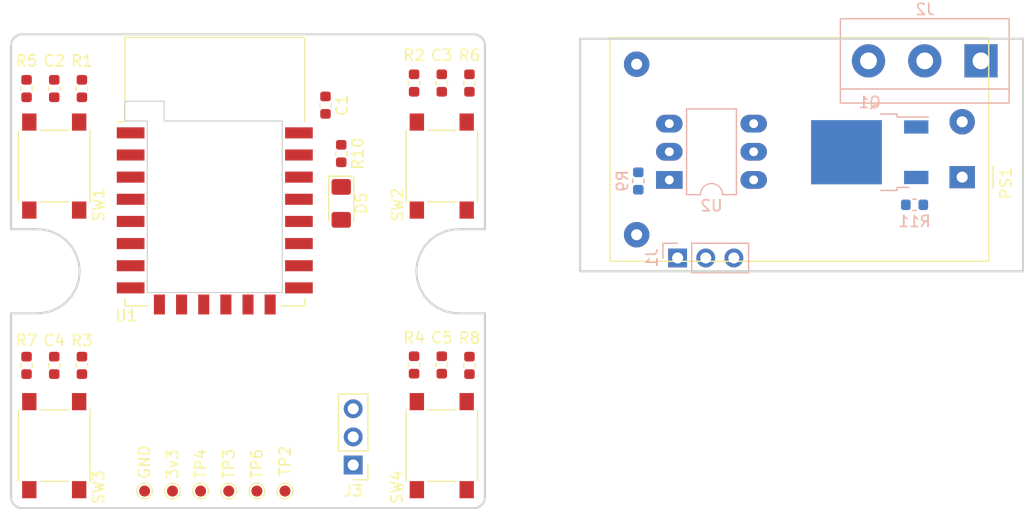
<source format=kicad_pcb>
(kicad_pcb (version 20171130) (host pcbnew 5.1.5+dfsg1-2build2)

  (general
    (thickness 1.6)
    (drawings 78)
    (tracks 0)
    (zones 0)
    (modules 34)
    (nets 33)
  )

  (page A4)
  (layers
    (0 F.Cu signal)
    (31 B.Cu signal)
    (32 B.Adhes user)
    (33 F.Adhes user)
    (34 B.Paste user)
    (35 F.Paste user)
    (36 B.SilkS user)
    (37 F.SilkS user)
    (38 B.Mask user)
    (39 F.Mask user)
    (40 Dwgs.User user)
    (41 Cmts.User user)
    (42 Eco1.User user)
    (43 Eco2.User user)
    (44 Edge.Cuts user)
    (45 Margin user)
    (46 B.CrtYd user)
    (47 F.CrtYd user)
    (48 B.Fab user)
    (49 F.Fab user hide)
  )

  (setup
    (last_trace_width 0.25)
    (user_trace_width 0.5)
    (user_trace_width 1.2)
    (trace_clearance 0.2)
    (zone_clearance 0.508)
    (zone_45_only no)
    (trace_min 0.2)
    (via_size 0.8)
    (via_drill 0.4)
    (via_min_size 0.4)
    (via_min_drill 0.3)
    (uvia_size 0.3)
    (uvia_drill 0.1)
    (uvias_allowed no)
    (uvia_min_size 0.2)
    (uvia_min_drill 0.1)
    (edge_width 0.05)
    (segment_width 0.2)
    (pcb_text_width 0.3)
    (pcb_text_size 1.5 1.5)
    (mod_edge_width 0.12)
    (mod_text_size 1 1)
    (mod_text_width 0.15)
    (pad_size 1 1)
    (pad_drill 0)
    (pad_to_mask_clearance 0.051)
    (solder_mask_min_width 0.25)
    (aux_axis_origin 0 0)
    (visible_elements FFFFFF7F)
    (pcbplotparams
      (layerselection 0x010fc_ffffffff)
      (usegerberextensions false)
      (usegerberattributes false)
      (usegerberadvancedattributes false)
      (creategerberjobfile false)
      (excludeedgelayer true)
      (linewidth 0.100000)
      (plotframeref false)
      (viasonmask false)
      (mode 1)
      (useauxorigin false)
      (hpglpennumber 1)
      (hpglpenspeed 20)
      (hpglpendiameter 15.000000)
      (psnegative false)
      (psa4output false)
      (plotreference true)
      (plotvalue true)
      (plotinvisibletext false)
      (padsonsilk false)
      (subtractmaskfromsilk false)
      (outputformat 1)
      (mirror false)
      (drillshape 1)
      (scaleselection 1)
      (outputdirectory ""))
  )

  (net 0 "")
  (net 1 GND)
  (net 2 /SW1)
  (net 3 /SW2)
  (net 4 /SW3)
  (net 5 /SW4)
  (net 6 /AC_PWR_SIG)
  (net 7 +3V3)
  (net 8 "Net-(D5-Pad2)")
  (net 9 "Net-(U1-Pad2)")
  (net 10 "Net-(U1-Pad3)")
  (net 11 "Net-(U1-Pad6)")
  (net 12 "Net-(U1-Pad16)")
  (net 13 "Net-(U2-Pad3)")
  (net 14 "Net-(D5-Pad1)")
  (net 15 "Net-(Q1-Pad3)")
  (net 16 "Net-(R1-Pad2)")
  (net 17 "Net-(R2-Pad2)")
  (net 18 "Net-(R3-Pad2)")
  (net 19 "Net-(R4-Pad2)")
  (net 20 "Net-(R9-Pad1)")
  (net 21 "Net-(R11-Pad2)")
  (net 22 "Net-(TP2-Pad1)")
  (net 23 "Net-(TP3-Pad1)")
  (net 24 "Net-(TP4-Pad1)")
  (net 25 "Net-(TP6-Pad1)")
  (net 26 "Net-(J2-Pad2)")
  (net 27 "Net-(J2-Pad3)")
  (net 28 "Net-(J2-Pad1)")
  (net 29 "Net-(U2-Pad5)")
  (net 30 "Net-(J1-Pad3)")
  (net 31 "Net-(J1-Pad2)")
  (net 32 "Net-(J1-Pad1)")

  (net_class Default "This is the default net class."
    (clearance 0.2)
    (trace_width 0.25)
    (via_dia 0.8)
    (via_drill 0.4)
    (uvia_dia 0.3)
    (uvia_drill 0.1)
    (add_net +3V3)
    (add_net /AC_PWR_SIG)
    (add_net /SW1)
    (add_net /SW2)
    (add_net /SW3)
    (add_net /SW4)
    (add_net GND)
    (add_net "Net-(D5-Pad1)")
    (add_net "Net-(D5-Pad2)")
    (add_net "Net-(J1-Pad1)")
    (add_net "Net-(J1-Pad2)")
    (add_net "Net-(J1-Pad3)")
    (add_net "Net-(J2-Pad1)")
    (add_net "Net-(J2-Pad2)")
    (add_net "Net-(J2-Pad3)")
    (add_net "Net-(Q1-Pad3)")
    (add_net "Net-(R1-Pad2)")
    (add_net "Net-(R11-Pad2)")
    (add_net "Net-(R2-Pad2)")
    (add_net "Net-(R3-Pad2)")
    (add_net "Net-(R4-Pad2)")
    (add_net "Net-(R9-Pad1)")
    (add_net "Net-(TP2-Pad1)")
    (add_net "Net-(TP3-Pad1)")
    (add_net "Net-(TP4-Pad1)")
    (add_net "Net-(TP6-Pad1)")
    (add_net "Net-(U1-Pad16)")
    (add_net "Net-(U1-Pad2)")
    (add_net "Net-(U1-Pad3)")
    (add_net "Net-(U1-Pad6)")
    (add_net "Net-(U2-Pad3)")
    (add_net "Net-(U2-Pad5)")
  )

  (module Connector_PinHeader_2.54mm:PinHeader_1x03_P2.54mm_Vertical (layer F.Cu) (tedit 59FED5CC) (tstamp 5FFC51AB)
    (at 59.5 67.5 180)
    (descr "Through hole straight pin header, 1x03, 2.54mm pitch, single row")
    (tags "Through hole pin header THT 1x03 2.54mm single row")
    (path /5FFCC30A)
    (fp_text reference J3 (at 0 -2.33) (layer F.SilkS)
      (effects (font (size 1 1) (thickness 0.15)))
    )
    (fp_text value FRONT_PCB (at 0 7.41) (layer F.Fab)
      (effects (font (size 1 1) (thickness 0.15)))
    )
    (fp_text user %R (at 0 2.54 90) (layer F.Fab)
      (effects (font (size 1 1) (thickness 0.15)))
    )
    (fp_line (start 1.8 -1.8) (end -1.8 -1.8) (layer F.CrtYd) (width 0.05))
    (fp_line (start 1.8 6.85) (end 1.8 -1.8) (layer F.CrtYd) (width 0.05))
    (fp_line (start -1.8 6.85) (end 1.8 6.85) (layer F.CrtYd) (width 0.05))
    (fp_line (start -1.8 -1.8) (end -1.8 6.85) (layer F.CrtYd) (width 0.05))
    (fp_line (start -1.33 -1.33) (end 0 -1.33) (layer F.SilkS) (width 0.12))
    (fp_line (start -1.33 0) (end -1.33 -1.33) (layer F.SilkS) (width 0.12))
    (fp_line (start -1.33 1.27) (end 1.33 1.27) (layer F.SilkS) (width 0.12))
    (fp_line (start 1.33 1.27) (end 1.33 6.41) (layer F.SilkS) (width 0.12))
    (fp_line (start -1.33 1.27) (end -1.33 6.41) (layer F.SilkS) (width 0.12))
    (fp_line (start -1.33 6.41) (end 1.33 6.41) (layer F.SilkS) (width 0.12))
    (fp_line (start -1.27 -0.635) (end -0.635 -1.27) (layer F.Fab) (width 0.1))
    (fp_line (start -1.27 6.35) (end -1.27 -0.635) (layer F.Fab) (width 0.1))
    (fp_line (start 1.27 6.35) (end -1.27 6.35) (layer F.Fab) (width 0.1))
    (fp_line (start 1.27 -1.27) (end 1.27 6.35) (layer F.Fab) (width 0.1))
    (fp_line (start -0.635 -1.27) (end 1.27 -1.27) (layer F.Fab) (width 0.1))
    (pad 3 thru_hole oval (at 0 5.08 180) (size 1.7 1.7) (drill 1) (layers *.Cu *.Mask)
      (net 1 GND))
    (pad 2 thru_hole oval (at 0 2.54 180) (size 1.7 1.7) (drill 1) (layers *.Cu *.Mask)
      (net 7 +3V3))
    (pad 1 thru_hole rect (at 0 0 180) (size 1.7 1.7) (drill 1) (layers *.Cu *.Mask)
      (net 6 /AC_PWR_SIG))
    (model ${KISYS3DMOD}/Connector_PinHeader_2.54mm.3dshapes/PinHeader_1x03_P2.54mm_Vertical.wrl
      (at (xyz 0 0 0))
      (scale (xyz 1 1 1))
      (rotate (xyz 0 0 0))
    )
  )

  (module Connector_PinHeader_2.54mm:PinHeader_1x03_P2.54mm_Vertical (layer B.Cu) (tedit 59FED5CC) (tstamp 5FFC516A)
    (at 88.8 48.8 270)
    (descr "Through hole straight pin header, 1x03, 2.54mm pitch, single row")
    (tags "Through hole pin header THT 1x03 2.54mm single row")
    (path /5FFD164E)
    (fp_text reference J1 (at 0 2.33 270) (layer B.SilkS)
      (effects (font (size 1 1) (thickness 0.15)) (justify mirror))
    )
    (fp_text value BACK_PCB (at 0 -7.41 270) (layer B.Fab)
      (effects (font (size 1 1) (thickness 0.15)) (justify mirror))
    )
    (fp_text user %R (at 0 -2.54) (layer B.Fab)
      (effects (font (size 1 1) (thickness 0.15)) (justify mirror))
    )
    (fp_line (start 1.8 1.8) (end -1.8 1.8) (layer B.CrtYd) (width 0.05))
    (fp_line (start 1.8 -6.85) (end 1.8 1.8) (layer B.CrtYd) (width 0.05))
    (fp_line (start -1.8 -6.85) (end 1.8 -6.85) (layer B.CrtYd) (width 0.05))
    (fp_line (start -1.8 1.8) (end -1.8 -6.85) (layer B.CrtYd) (width 0.05))
    (fp_line (start -1.33 1.33) (end 0 1.33) (layer B.SilkS) (width 0.12))
    (fp_line (start -1.33 0) (end -1.33 1.33) (layer B.SilkS) (width 0.12))
    (fp_line (start -1.33 -1.27) (end 1.33 -1.27) (layer B.SilkS) (width 0.12))
    (fp_line (start 1.33 -1.27) (end 1.33 -6.41) (layer B.SilkS) (width 0.12))
    (fp_line (start -1.33 -1.27) (end -1.33 -6.41) (layer B.SilkS) (width 0.12))
    (fp_line (start -1.33 -6.41) (end 1.33 -6.41) (layer B.SilkS) (width 0.12))
    (fp_line (start -1.27 0.635) (end -0.635 1.27) (layer B.Fab) (width 0.1))
    (fp_line (start -1.27 -6.35) (end -1.27 0.635) (layer B.Fab) (width 0.1))
    (fp_line (start 1.27 -6.35) (end -1.27 -6.35) (layer B.Fab) (width 0.1))
    (fp_line (start 1.27 1.27) (end 1.27 -6.35) (layer B.Fab) (width 0.1))
    (fp_line (start -0.635 1.27) (end 1.27 1.27) (layer B.Fab) (width 0.1))
    (pad 3 thru_hole oval (at 0 -5.08 270) (size 1.7 1.7) (drill 1) (layers *.Cu *.Mask)
      (net 30 "Net-(J1-Pad3)"))
    (pad 2 thru_hole oval (at 0 -2.54 270) (size 1.7 1.7) (drill 1) (layers *.Cu *.Mask)
      (net 31 "Net-(J1-Pad2)"))
    (pad 1 thru_hole rect (at 0 0 270) (size 1.7 1.7) (drill 1) (layers *.Cu *.Mask)
      (net 32 "Net-(J1-Pad1)"))
    (model ${KISYS3DMOD}/Connector_PinHeader_2.54mm.3dshapes/PinHeader_1x03_P2.54mm_Vertical.wrl
      (at (xyz 0 0 0))
      (scale (xyz 1 1 1))
      (rotate (xyz 0 0 0))
    )
  )

  (module Package_TO_SOT_SMD:TO-252-2 (layer B.Cu) (tedit 5A70A390) (tstamp 5FFAA1CC)
    (at 106.15 39.25 180)
    (descr "TO-252 / DPAK SMD package, http://www.infineon.com/cms/en/product/packages/PG-TO252/PG-TO252-3-1/")
    (tags "DPAK TO-252 DPAK-3 TO-252-3 SOT-428")
    (path /5FF8A8D5)
    (attr smd)
    (fp_text reference Q1 (at 0 4.5) (layer B.SilkS)
      (effects (font (size 1 1) (thickness 0.15)) (justify mirror))
    )
    (fp_text value BT136-500 (at 0 -4.5) (layer B.Fab)
      (effects (font (size 1 1) (thickness 0.15)) (justify mirror))
    )
    (fp_text user %R (at 0 0) (layer B.Fab)
      (effects (font (size 1 1) (thickness 0.15)) (justify mirror))
    )
    (fp_line (start 5.55 3.5) (end -5.55 3.5) (layer B.CrtYd) (width 0.05))
    (fp_line (start 5.55 -3.5) (end 5.55 3.5) (layer B.CrtYd) (width 0.05))
    (fp_line (start -5.55 -3.5) (end 5.55 -3.5) (layer B.CrtYd) (width 0.05))
    (fp_line (start -5.55 3.5) (end -5.55 -3.5) (layer B.CrtYd) (width 0.05))
    (fp_line (start -2.47 -3.18) (end -3.57 -3.18) (layer B.SilkS) (width 0.12))
    (fp_line (start -2.47 -3.45) (end -2.47 -3.18) (layer B.SilkS) (width 0.12))
    (fp_line (start -0.97 -3.45) (end -2.47 -3.45) (layer B.SilkS) (width 0.12))
    (fp_line (start -2.47 3.18) (end -5.3 3.18) (layer B.SilkS) (width 0.12))
    (fp_line (start -2.47 3.45) (end -2.47 3.18) (layer B.SilkS) (width 0.12))
    (fp_line (start -0.97 3.45) (end -2.47 3.45) (layer B.SilkS) (width 0.12))
    (fp_line (start -4.97 -2.655) (end -2.27 -2.655) (layer B.Fab) (width 0.1))
    (fp_line (start -4.97 -1.905) (end -4.97 -2.655) (layer B.Fab) (width 0.1))
    (fp_line (start -2.27 -1.905) (end -4.97 -1.905) (layer B.Fab) (width 0.1))
    (fp_line (start -4.97 1.905) (end -2.27 1.905) (layer B.Fab) (width 0.1))
    (fp_line (start -4.97 2.655) (end -4.97 1.905) (layer B.Fab) (width 0.1))
    (fp_line (start -1.865 2.655) (end -4.97 2.655) (layer B.Fab) (width 0.1))
    (fp_line (start -1.27 3.25) (end 3.95 3.25) (layer B.Fab) (width 0.1))
    (fp_line (start -2.27 2.25) (end -1.27 3.25) (layer B.Fab) (width 0.1))
    (fp_line (start -2.27 -3.25) (end -2.27 2.25) (layer B.Fab) (width 0.1))
    (fp_line (start 3.95 -3.25) (end -2.27 -3.25) (layer B.Fab) (width 0.1))
    (fp_line (start 3.95 3.25) (end 3.95 -3.25) (layer B.Fab) (width 0.1))
    (fp_line (start 4.95 -2.7) (end 3.95 -2.7) (layer B.Fab) (width 0.1))
    (fp_line (start 4.95 2.7) (end 4.95 -2.7) (layer B.Fab) (width 0.1))
    (fp_line (start 3.95 2.7) (end 4.95 2.7) (layer B.Fab) (width 0.1))
    (pad "" smd rect (at 0.425 -1.525 180) (size 3.05 2.75) (layers B.Paste))
    (pad "" smd rect (at 3.775 1.525 180) (size 3.05 2.75) (layers B.Paste))
    (pad "" smd rect (at 0.425 1.525 180) (size 3.05 2.75) (layers B.Paste))
    (pad "" smd rect (at 3.775 -1.525 180) (size 3.05 2.75) (layers B.Paste))
    (pad 2 smd rect (at 2.1 0 180) (size 6.4 5.8) (layers B.Cu B.Mask)
      (net 27 "Net-(J2-Pad3)"))
    (pad 3 smd rect (at -4.2 -2.28 180) (size 2.2 1.2) (layers B.Cu B.Paste B.Mask)
      (net 15 "Net-(Q1-Pad3)"))
    (pad 1 smd rect (at -4.2 2.28 180) (size 2.2 1.2) (layers B.Cu B.Paste B.Mask)
      (net 26 "Net-(J2-Pad2)"))
    (model ${KISYS3DMOD}/Package_TO_SOT_SMD.3dshapes/TO-252-2.wrl
      (at (xyz 0 0 0))
      (scale (xyz 1 1 1))
      (rotate (xyz 0 0 0))
    )
  )

  (module Package_DIP:DIP-6_W7.62mm_LongPads (layer B.Cu) (tedit 5A02E8C5) (tstamp 5FFAA2B8)
    (at 88.05 41.75)
    (descr "6-lead though-hole mounted DIP package, row spacing 7.62 mm (300 mils), LongPads")
    (tags "THT DIP DIL PDIP 2.54mm 7.62mm 300mil LongPads")
    (path /5FF89C09)
    (fp_text reference U2 (at 3.81 2.33) (layer B.SilkS)
      (effects (font (size 1 1) (thickness 0.15)) (justify mirror))
    )
    (fp_text value MOC3033M (at 3.81 -7.41) (layer B.Fab)
      (effects (font (size 1 1) (thickness 0.15)) (justify mirror))
    )
    (fp_text user %R (at 3.81 -2.54) (layer B.Fab)
      (effects (font (size 1 1) (thickness 0.15)) (justify mirror))
    )
    (fp_line (start 9.1 1.55) (end -1.45 1.55) (layer B.CrtYd) (width 0.05))
    (fp_line (start 9.1 -6.6) (end 9.1 1.55) (layer B.CrtYd) (width 0.05))
    (fp_line (start -1.45 -6.6) (end 9.1 -6.6) (layer B.CrtYd) (width 0.05))
    (fp_line (start -1.45 1.55) (end -1.45 -6.6) (layer B.CrtYd) (width 0.05))
    (fp_line (start 6.06 1.33) (end 4.81 1.33) (layer B.SilkS) (width 0.12))
    (fp_line (start 6.06 -6.41) (end 6.06 1.33) (layer B.SilkS) (width 0.12))
    (fp_line (start 1.56 -6.41) (end 6.06 -6.41) (layer B.SilkS) (width 0.12))
    (fp_line (start 1.56 1.33) (end 1.56 -6.41) (layer B.SilkS) (width 0.12))
    (fp_line (start 2.81 1.33) (end 1.56 1.33) (layer B.SilkS) (width 0.12))
    (fp_line (start 0.635 0.27) (end 1.635 1.27) (layer B.Fab) (width 0.1))
    (fp_line (start 0.635 -6.35) (end 0.635 0.27) (layer B.Fab) (width 0.1))
    (fp_line (start 6.985 -6.35) (end 0.635 -6.35) (layer B.Fab) (width 0.1))
    (fp_line (start 6.985 1.27) (end 6.985 -6.35) (layer B.Fab) (width 0.1))
    (fp_line (start 1.635 1.27) (end 6.985 1.27) (layer B.Fab) (width 0.1))
    (fp_arc (start 3.81 1.33) (end 2.81 1.33) (angle 180) (layer B.SilkS) (width 0.12))
    (pad 6 thru_hole oval (at 7.62 0) (size 2.4 1.6) (drill 0.8) (layers *.Cu *.Mask)
      (net 27 "Net-(J2-Pad3)"))
    (pad 3 thru_hole oval (at 0 -5.08) (size 2.4 1.6) (drill 0.8) (layers *.Cu *.Mask)
      (net 13 "Net-(U2-Pad3)"))
    (pad 5 thru_hole oval (at 7.62 -2.54) (size 2.4 1.6) (drill 0.8) (layers *.Cu *.Mask)
      (net 29 "Net-(U2-Pad5)"))
    (pad 2 thru_hole oval (at 0 -2.54) (size 2.4 1.6) (drill 0.8) (layers *.Cu *.Mask)
      (net 32 "Net-(J1-Pad1)"))
    (pad 4 thru_hole oval (at 7.62 -5.08) (size 2.4 1.6) (drill 0.8) (layers *.Cu *.Mask)
      (net 21 "Net-(R11-Pad2)"))
    (pad 1 thru_hole rect (at 0 0) (size 2.4 1.6) (drill 0.8) (layers *.Cu *.Mask)
      (net 20 "Net-(R9-Pad1)"))
    (model ${KISYS3DMOD}/Package_DIP.3dshapes/DIP-6_W7.62mm.wrl
      (at (xyz 0 0 0))
      (scale (xyz 1 1 1))
      (rotate (xyz 0 0 0))
    )
  )

  (module Converter_ACDC:Converter_ACDC_HiLink_HLK-PMxx (layer F.Cu) (tedit 5C1AC1CD) (tstamp 5FFC5908)
    (at 114.5 41.5 180)
    (descr "ACDC-Converter, 3W, HiLink, HLK-PMxx, THT, http://www.hlktech.net/product_detail.php?ProId=54")
    (tags "ACDC-Converter 3W THT HiLink board mount module")
    (path /5FFCFD2D)
    (fp_text reference PS1 (at -3.94 -0.55 90) (layer F.SilkS)
      (effects (font (size 1 1) (thickness 0.15)))
    )
    (fp_text value HLK-PM03 (at 15.79 13.85) (layer F.Fab)
      (effects (font (size 1 1) (thickness 0.15)))
    )
    (fp_line (start -2.79 -1) (end -2.79 1.01) (layer F.SilkS) (width 0.12))
    (fp_line (start 31.8 -7.6) (end -2.4 -7.6) (layer F.SilkS) (width 0.12))
    (fp_line (start 31.8 12.6) (end 31.8 -7.6) (layer F.SilkS) (width 0.12))
    (fp_line (start -2.4 12.6) (end 31.8 12.6) (layer F.SilkS) (width 0.12))
    (fp_line (start -2.4 -7.6) (end -2.4 12.6) (layer F.SilkS) (width 0.12))
    (fp_line (start -2.55 -7.75) (end -2.55 12.75) (layer F.CrtYd) (width 0.05))
    (fp_line (start 31.95 -7.75) (end -2.55 -7.75) (layer F.CrtYd) (width 0.05))
    (fp_line (start 31.95 12.75) (end 31.95 -7.75) (layer F.CrtYd) (width 0.05))
    (fp_line (start -2.55 12.75) (end 31.95 12.75) (layer F.CrtYd) (width 0.05))
    (fp_line (start -2.3 -1) (end -2.3 -7.5) (layer F.Fab) (width 0.1))
    (fp_line (start -2.29 -1) (end -1.29 0) (layer F.Fab) (width 0.1))
    (fp_line (start -1.29 0) (end -2.29 1) (layer F.Fab) (width 0.1))
    (fp_text user %R (at 14.68 1.17) (layer F.Fab)
      (effects (font (size 1 1) (thickness 0.15)))
    )
    (fp_line (start -2.3 -7.5) (end 31.7 -7.5) (layer F.Fab) (width 0.1))
    (fp_line (start -2.3 12.5) (end -2.3 0.99) (layer F.Fab) (width 0.1))
    (fp_line (start 31.7 12.5) (end 31.7 -7.5) (layer F.Fab) (width 0.1))
    (fp_line (start -2.3 12.5) (end 31.7 12.5) (layer F.Fab) (width 0.1))
    (pad 4 thru_hole circle (at 29.4 10.2 180) (size 2.3 2.3) (drill 1) (layers *.Cu *.Mask)
      (net 31 "Net-(J1-Pad2)"))
    (pad 2 thru_hole circle (at 0 5 180) (size 2.3 2.3) (drill 1) (layers *.Cu *.Mask)
      (net 28 "Net-(J2-Pad1)"))
    (pad 1 thru_hole rect (at 0 0 180) (size 2.3 2) (drill 1) (layers *.Cu *.Mask)
      (net 26 "Net-(J2-Pad2)"))
    (pad 3 thru_hole circle (at 29.4 -5.2 180) (size 2.3 2.3) (drill 1) (layers *.Cu *.Mask)
      (net 32 "Net-(J1-Pad1)"))
    (model ${KISYS3DMOD}/Converter_ACDC.3dshapes/Converter_ACDC_HiLink_HLK-PMxx.wrl
      (at (xyz 0 0 0))
      (scale (xyz 1 1 1))
      (rotate (xyz 0 0 0))
    )
  )

  (module TerminalBlock:TerminalBlock_bornier-3_P5.08mm (layer B.Cu) (tedit 59FF03B9) (tstamp 5FFC5BCA)
    (at 116.2 31 180)
    (descr "simple 3-pin terminal block, pitch 5.08mm, revamped version of bornier3")
    (tags "terminal block bornier3")
    (path /5FFB6F03)
    (fp_text reference J2 (at 5.05 4.65) (layer B.SilkS)
      (effects (font (size 1 1) (thickness 0.15)) (justify mirror))
    )
    (fp_text value "AC MAINS CONN" (at 5.08 -5.08) (layer B.Fab)
      (effects (font (size 1 1) (thickness 0.15)) (justify mirror))
    )
    (fp_line (start 12.88 -4) (end -2.72 -4) (layer B.CrtYd) (width 0.05))
    (fp_line (start 12.88 -4) (end 12.88 4) (layer B.CrtYd) (width 0.05))
    (fp_line (start -2.72 4) (end -2.72 -4) (layer B.CrtYd) (width 0.05))
    (fp_line (start -2.72 4) (end 12.88 4) (layer B.CrtYd) (width 0.05))
    (fp_line (start -2.54 -3.81) (end 12.7 -3.81) (layer B.SilkS) (width 0.12))
    (fp_line (start -2.54 3.81) (end 12.7 3.81) (layer B.SilkS) (width 0.12))
    (fp_line (start -2.54 -2.54) (end 12.7 -2.54) (layer B.SilkS) (width 0.12))
    (fp_line (start 12.7 -3.81) (end 12.7 3.81) (layer B.SilkS) (width 0.12))
    (fp_line (start -2.54 -3.81) (end -2.54 3.81) (layer B.SilkS) (width 0.12))
    (fp_line (start -2.47 -3.75) (end -2.47 3.75) (layer B.Fab) (width 0.1))
    (fp_line (start 12.63 -3.75) (end -2.47 -3.75) (layer B.Fab) (width 0.1))
    (fp_line (start 12.63 3.75) (end 12.63 -3.75) (layer B.Fab) (width 0.1))
    (fp_line (start -2.47 3.75) (end 12.63 3.75) (layer B.Fab) (width 0.1))
    (fp_line (start -2.47 -2.55) (end 12.63 -2.55) (layer B.Fab) (width 0.1))
    (fp_text user %R (at 5.08 0) (layer B.Fab)
      (effects (font (size 1 1) (thickness 0.15)) (justify mirror))
    )
    (pad 3 thru_hole circle (at 10.16 0 180) (size 3 3) (drill 1.52) (layers *.Cu *.Mask)
      (net 27 "Net-(J2-Pad3)"))
    (pad 2 thru_hole circle (at 5.08 0 180) (size 3 3) (drill 1.52) (layers *.Cu *.Mask)
      (net 26 "Net-(J2-Pad2)"))
    (pad 1 thru_hole rect (at 0 0 180) (size 3 3) (drill 1.52) (layers *.Cu *.Mask)
      (net 28 "Net-(J2-Pad1)"))
    (model ${KISYS3DMOD}/TerminalBlock.3dshapes/TerminalBlock_bornier-3_P5.08mm.wrl
      (offset (xyz 5.079999923706055 0 0))
      (scale (xyz 1 1 1))
      (rotate (xyz 0 0 0))
    )
  )

  (module RF_Module_Local:ESP-12E-Cutout (layer F.Cu) (tedit 5FF750EC) (tstamp 5FFC678B)
    (at 47 41)
    (descr "Wi-Fi Module, http://wiki.ai-thinker.com/_media/esp8266/docs/aithinker_esp_12f_datasheet_en.pdf")
    (tags "Wi-Fi Module")
    (path /5FEA99C7)
    (attr smd)
    (fp_text reference U1 (at -8 13 180) (layer F.SilkS)
      (effects (font (size 1 1) (thickness 0.15)))
    )
    (fp_text value ESP-WROOM-02 (at -0.06 -12.78 180) (layer F.Fab)
      (effects (font (size 1 1) (thickness 0.15)))
    )
    (fp_line (start -4.572 -6.35) (end -4.572 -4.572) (layer Edge.Cuts) (width 0.1))
    (fp_line (start -8.128 -6.35) (end -4.572 -6.35) (layer Edge.Cuts) (width 0.1))
    (fp_line (start -8.128 -4.572) (end -8.128 -6.35) (layer Edge.Cuts) (width 0.1))
    (fp_line (start -6.096 -4.572) (end -8.128 -4.572) (layer Edge.Cuts) (width 0.1))
    (fp_line (start 6.096 -4.572) (end -4.572 -4.572) (layer Edge.Cuts) (width 0.1))
    (fp_line (start 6.096 10.922) (end 6.096 -4.572) (layer Edge.Cuts) (width 0.1))
    (fp_line (start -6.096 10.922) (end 6.096 10.922) (layer Edge.Cuts) (width 0.1))
    (fp_line (start -6.096 -4.572) (end -6.096 10.922) (layer Edge.Cuts) (width 0.1))
    (fp_line (start 5.56 -4.8) (end 8.12 -7.36) (layer Dwgs.User) (width 0.12))
    (fp_line (start 2.56 -4.8) (end 8.12 -10.36) (layer Dwgs.User) (width 0.12))
    (fp_line (start -0.44 -4.8) (end 6.88 -12.12) (layer Dwgs.User) (width 0.12))
    (fp_line (start -3.44 -4.8) (end 3.88 -12.12) (layer Dwgs.User) (width 0.12))
    (fp_line (start -6.44 -4.8) (end 0.88 -12.12) (layer Dwgs.User) (width 0.12))
    (fp_line (start -8.12 -6.12) (end -2.12 -12.12) (layer Dwgs.User) (width 0.12))
    (fp_line (start -8.12 -9.12) (end -5.12 -12.12) (layer Dwgs.User) (width 0.12))
    (fp_line (start -8.12 -4.8) (end -8.12 -12.12) (layer Dwgs.User) (width 0.12))
    (fp_line (start 8.12 -4.8) (end -8.12 -4.8) (layer Dwgs.User) (width 0.12))
    (fp_line (start 8.12 -12.12) (end 8.12 -4.8) (layer Dwgs.User) (width 0.12))
    (fp_line (start -8.12 -12.12) (end 8.12 -12.12) (layer Dwgs.User) (width 0.12))
    (fp_line (start -8.12 -4.5) (end -8.73 -4.5) (layer F.SilkS) (width 0.12))
    (fp_line (start -8.12 -4.5) (end -8.12 -12.12) (layer F.SilkS) (width 0.12))
    (fp_line (start -8.12 12.12) (end -8.12 11.5) (layer F.SilkS) (width 0.12))
    (fp_line (start -6 12.12) (end -8.12 12.12) (layer F.SilkS) (width 0.12))
    (fp_line (start 8.12 12.12) (end 6 12.12) (layer F.SilkS) (width 0.12))
    (fp_line (start 8.12 11.5) (end 8.12 12.12) (layer F.SilkS) (width 0.12))
    (fp_line (start 8.12 -12.12) (end 8.12 -4.5) (layer F.SilkS) (width 0.12))
    (fp_line (start -8.12 -12.12) (end 8.12 -12.12) (layer F.SilkS) (width 0.12))
    (fp_line (start -9.05 13.1) (end -9.05 -12.2) (layer F.CrtYd) (width 0.05))
    (fp_line (start 9.05 13.1) (end -9.05 13.1) (layer F.CrtYd) (width 0.05))
    (fp_line (start 9.05 -12.2) (end 9.05 13.1) (layer F.CrtYd) (width 0.05))
    (fp_line (start -9.05 -12.2) (end 9.05 -12.2) (layer F.CrtYd) (width 0.05))
    (fp_line (start -8 -4) (end -8 -12) (layer F.Fab) (width 0.12))
    (fp_line (start -7.5 -3.5) (end -8 -4) (layer F.Fab) (width 0.12))
    (fp_line (start -8 -3) (end -7.5 -3.5) (layer F.Fab) (width 0.12))
    (fp_line (start -8 12) (end -8 -3) (layer F.Fab) (width 0.12))
    (fp_line (start 8 12) (end -8 12) (layer F.Fab) (width 0.12))
    (fp_line (start 8 -12) (end 8 12) (layer F.Fab) (width 0.12))
    (fp_line (start -8 -12) (end 8 -12) (layer F.Fab) (width 0.12))
    (fp_text user %R (at 0.49 -0.8 180) (layer F.Fab)
      (effects (font (size 1 1) (thickness 0.15)))
    )
    (fp_text user "KEEP-OUT ZONE" (at 0.03 -9.55) (layer Cmts.User)
      (effects (font (size 1 1) (thickness 0.15)))
    )
    (fp_text user Antenna (at -0.06 -7) (layer Cmts.User)
      (effects (font (size 1 1) (thickness 0.15)))
    )
    (pad 1 smd rect (at 7.6 -3.5) (size 2.5 1) (layers F.Cu F.Paste F.Mask)
      (net 7 +3V3))
    (pad 2 smd rect (at 7.6 -1.5) (size 2.5 1) (layers F.Cu F.Paste F.Mask)
      (net 9 "Net-(U1-Pad2)"))
    (pad 3 smd rect (at 7.6 0.5) (size 2.5 1) (layers F.Cu F.Paste F.Mask)
      (net 10 "Net-(U1-Pad3)"))
    (pad 4 smd rect (at 7.6 2.5) (size 2.5 1) (layers F.Cu F.Paste F.Mask)
      (net 5 /SW4))
    (pad 5 smd rect (at 7.6 4.5) (size 2.5 1) (layers F.Cu F.Paste F.Mask)
      (net 8 "Net-(D5-Pad2)"))
    (pad 6 smd rect (at 7.6 6.5) (size 2.5 1) (layers F.Cu F.Paste F.Mask)
      (net 11 "Net-(U1-Pad6)"))
    (pad 7 smd rect (at 7.6 8.5) (size 2.5 1) (layers F.Cu F.Paste F.Mask)
      (net 2 /SW1))
    (pad 8 smd rect (at 7.6 10.5) (size 2.5 1) (layers F.Cu F.Paste F.Mask)
      (net 25 "Net-(TP6-Pad1)"))
    (pad 9 smd rect (at 5 12) (size 1 1.8) (layers F.Cu F.Paste F.Mask)
      (net 1 GND))
    (pad 10 smd rect (at 3 12) (size 1 1.8) (layers F.Cu F.Paste F.Mask)
      (net 3 /SW2))
    (pad 11 smd rect (at 1 12) (size 1 1.8) (layers F.Cu F.Paste F.Mask)
      (net 23 "Net-(TP3-Pad1)"))
    (pad 12 smd rect (at -1 12) (size 1 1.8) (layers F.Cu F.Paste F.Mask)
      (net 24 "Net-(TP4-Pad1)"))
    (pad 13 smd rect (at -3 12) (size 1 1.8) (layers F.Cu F.Paste F.Mask)
      (net 1 GND))
    (pad 14 smd rect (at -5 12) (size 1 1.8) (layers F.Cu F.Paste F.Mask)
      (net 4 /SW3))
    (pad 15 smd rect (at -7.6 10.5) (size 2.5 1) (layers F.Cu F.Paste F.Mask)
      (net 22 "Net-(TP2-Pad1)"))
    (pad 16 smd rect (at -7.6 8.5) (size 2.5 1) (layers F.Cu F.Paste F.Mask)
      (net 12 "Net-(U1-Pad16)"))
    (pad 17 smd rect (at -7.6 6.5) (size 2.5 1) (layers F.Cu F.Paste F.Mask)
      (net 6 /AC_PWR_SIG))
    (pad 18 smd rect (at -7.6 4.5) (size 2.5 1) (layers F.Cu F.Paste F.Mask)
      (net 1 GND))
    (pad 19 smd rect (at -7.6 2.5) (size 2.5 1) (layers F.Cu F.Paste F.Mask)
      (net 1 GND))
    (pad 20 smd rect (at -7.6 0.5) (size 2.5 1) (layers F.Cu F.Paste F.Mask))
    (pad 21 smd rect (at -7.6 -1.5) (size 2.5 1) (layers F.Cu F.Paste F.Mask))
    (pad 22 smd rect (at -7.6 -3.5) (size 2.5 1) (layers F.Cu F.Paste F.Mask))
    (model ${KISYS3DMOD}/RF_Module.3dshapes/ESP-12E.wrl
      (at (xyz 0 0 0))
      (scale (xyz 1 1 1))
      (rotate (xyz 0 0 0))
    )
  )

  (module TestPoint:TestPoint_Pad_D1.0mm (layer F.Cu) (tedit 5A0F774F) (tstamp 5FF9A87F)
    (at 50.8 69.85)
    (descr "SMD pad as test Point, diameter 1.0mm")
    (tags "test point SMD pad")
    (path /603AB871)
    (attr virtual)
    (fp_text reference TP6 (at 0 -1 90) (layer F.SilkS)
      (effects (font (size 1 1) (thickness 0.15)) (justify left))
    )
    (fp_text value TestPoint (at 0 1.55) (layer F.Fab)
      (effects (font (size 1 1) (thickness 0.15)))
    )
    (fp_circle (center 0 0) (end 0 0.7) (layer F.SilkS) (width 0.12))
    (fp_circle (center 0 0) (end 1 0) (layer F.CrtYd) (width 0.05))
    (fp_text user %R (at 0 -1.45) (layer F.Fab)
      (effects (font (size 1 1) (thickness 0.15)))
    )
    (pad 1 smd circle (at 0 0) (size 1 1) (layers F.Cu F.Mask)
      (net 25 "Net-(TP6-Pad1)"))
  )

  (module TestPoint:TestPoint_Pad_D1.0mm (layer F.Cu) (tedit 5A0F774F) (tstamp 5FF9A877)
    (at 40.66 69.85)
    (descr "SMD pad as test Point, diameter 1.0mm")
    (tags "test point SMD pad")
    (path /603A8FFD)
    (attr virtual)
    (fp_text reference GND (at -0.02 -1 90) (layer F.SilkS)
      (effects (font (size 1 1) (thickness 0.15)) (justify left))
    )
    (fp_text value TestPoint (at 0 1.55) (layer F.Fab)
      (effects (font (size 1 1) (thickness 0.15)))
    )
    (fp_circle (center 0 0) (end 0 0.7) (layer F.SilkS) (width 0.12))
    (fp_circle (center 0 0) (end 1 0) (layer F.CrtYd) (width 0.05))
    (fp_text user %R (at 0 -1.45) (layer F.Fab)
      (effects (font (size 1 1) (thickness 0.15)))
    )
    (pad 1 smd circle (at 0 0) (size 1 1) (layers F.Cu F.Mask)
      (net 1 GND))
  )

  (module TestPoint:TestPoint_Pad_D1.0mm (layer F.Cu) (tedit 5A0F774F) (tstamp 5FF9A86F)
    (at 45.72 69.85)
    (descr "SMD pad as test Point, diameter 1.0mm")
    (tags "test point SMD pad")
    (path /603AB5FB)
    (attr virtual)
    (fp_text reference TP4 (at 0 -1 90) (layer F.SilkS)
      (effects (font (size 1 1) (thickness 0.15)) (justify left))
    )
    (fp_text value TestPoint (at 0 1.55) (layer F.Fab)
      (effects (font (size 1 1) (thickness 0.15)))
    )
    (fp_circle (center 0 0) (end 0 0.7) (layer F.SilkS) (width 0.12))
    (fp_circle (center 0 0) (end 1 0) (layer F.CrtYd) (width 0.05))
    (fp_text user %R (at 0 -1.45) (layer F.Fab)
      (effects (font (size 1 1) (thickness 0.15)))
    )
    (pad 1 smd circle (at 0 0) (size 1 1) (layers F.Cu F.Mask)
      (net 24 "Net-(TP4-Pad1)"))
  )

  (module TestPoint:TestPoint_Pad_D1.0mm (layer F.Cu) (tedit 5A0F774F) (tstamp 5FF9A867)
    (at 48.26 69.85)
    (descr "SMD pad as test Point, diameter 1.0mm")
    (tags "test point SMD pad")
    (path /603AB736)
    (attr virtual)
    (fp_text reference TP3 (at 0 -1 90) (layer F.SilkS)
      (effects (font (size 1 1) (thickness 0.15)) (justify left))
    )
    (fp_text value TestPoint (at 0 1.55) (layer F.Fab)
      (effects (font (size 1 1) (thickness 0.15)))
    )
    (fp_circle (center 0 0) (end 0 0.7) (layer F.SilkS) (width 0.12))
    (fp_circle (center 0 0) (end 1 0) (layer F.CrtYd) (width 0.05))
    (fp_text user %R (at 0 -1.45) (layer F.Fab)
      (effects (font (size 1 1) (thickness 0.15)))
    )
    (pad 1 smd circle (at 0 0) (size 1 1) (layers F.Cu F.Mask)
      (net 23 "Net-(TP3-Pad1)"))
  )

  (module TestPoint:TestPoint_Pad_D1.0mm (layer F.Cu) (tedit 5A0F774F) (tstamp 5FF9A85F)
    (at 53.34 69.85)
    (descr "SMD pad as test Point, diameter 1.0mm")
    (tags "test point SMD pad")
    (path /603ABB00)
    (attr virtual)
    (fp_text reference TP2 (at 0 -1.27 90) (layer F.SilkS)
      (effects (font (size 1 1) (thickness 0.15)) (justify left))
    )
    (fp_text value TestPoint (at 0 1.55) (layer F.Fab)
      (effects (font (size 1 1) (thickness 0.15)))
    )
    (fp_circle (center 0 0) (end 0 0.7) (layer F.SilkS) (width 0.12))
    (fp_circle (center 0 0) (end 1 0) (layer F.CrtYd) (width 0.05))
    (fp_text user %R (at 0 -1.45) (layer F.Fab)
      (effects (font (size 1 1) (thickness 0.15)))
    )
    (pad 1 smd circle (at 0 0) (size 1 1) (layers F.Cu F.Mask)
      (net 22 "Net-(TP2-Pad1)"))
  )

  (module TestPoint:TestPoint_Pad_D1.0mm (layer F.Cu) (tedit 5A0F774F) (tstamp 5FF9FB2C)
    (at 43.18 69.85)
    (descr "SMD pad as test Point, diameter 1.0mm")
    (tags "test point SMD pad")
    (path /603AB9AC)
    (attr virtual)
    (fp_text reference 3v3 (at 0 -1 90) (layer F.SilkS)
      (effects (font (size 1 1) (thickness 0.15)) (justify left))
    )
    (fp_text value TestPoint (at 0 1.55) (layer F.Fab)
      (effects (font (size 1 1) (thickness 0.15)))
    )
    (fp_circle (center 0 0) (end 0 0.7) (layer F.SilkS) (width 0.12))
    (fp_circle (center 0 0) (end 1 0) (layer F.CrtYd) (width 0.05))
    (fp_text user %R (at 0 -1.45) (layer F.Fab)
      (effects (font (size 1 1) (thickness 0.15)))
    )
    (pad 1 smd circle (at 0 0) (size 1 1) (layers F.Cu F.Mask)
      (net 7 +3V3))
  )

  (module Resistor_SMD:R_0603_1608Metric (layer F.Cu) (tedit 5B301BBD) (tstamp 5FF8F89D)
    (at 30 58.5 90)
    (descr "Resistor SMD 0603 (1608 Metric), square (rectangular) end terminal, IPC_7351 nominal, (Body size source: http://www.tortai-tech.com/upload/download/2011102023233369053.pdf), generated with kicad-footprint-generator")
    (tags resistor)
    (path /603641A7)
    (attr smd)
    (fp_text reference R7 (at 2.25 0 180) (layer F.SilkS)
      (effects (font (size 1 1) (thickness 0.15)))
    )
    (fp_text value 10K (at 0 1.43 90) (layer F.Fab)
      (effects (font (size 1 1) (thickness 0.15)))
    )
    (fp_text user %R (at 0 0 90) (layer F.Fab)
      (effects (font (size 0.4 0.4) (thickness 0.06)))
    )
    (fp_line (start 1.48 0.73) (end -1.48 0.73) (layer F.CrtYd) (width 0.05))
    (fp_line (start 1.48 -0.73) (end 1.48 0.73) (layer F.CrtYd) (width 0.05))
    (fp_line (start -1.48 -0.73) (end 1.48 -0.73) (layer F.CrtYd) (width 0.05))
    (fp_line (start -1.48 0.73) (end -1.48 -0.73) (layer F.CrtYd) (width 0.05))
    (fp_line (start -0.162779 0.51) (end 0.162779 0.51) (layer F.SilkS) (width 0.12))
    (fp_line (start -0.162779 -0.51) (end 0.162779 -0.51) (layer F.SilkS) (width 0.12))
    (fp_line (start 0.8 0.4) (end -0.8 0.4) (layer F.Fab) (width 0.1))
    (fp_line (start 0.8 -0.4) (end 0.8 0.4) (layer F.Fab) (width 0.1))
    (fp_line (start -0.8 -0.4) (end 0.8 -0.4) (layer F.Fab) (width 0.1))
    (fp_line (start -0.8 0.4) (end -0.8 -0.4) (layer F.Fab) (width 0.1))
    (pad 2 smd roundrect (at 0.7875 0 90) (size 0.875 0.95) (layers F.Cu F.Paste F.Mask) (roundrect_rratio 0.25)
      (net 1 GND))
    (pad 1 smd roundrect (at -0.7875 0 90) (size 0.875 0.95) (layers F.Cu F.Paste F.Mask) (roundrect_rratio 0.25)
      (net 4 /SW3))
    (model ${KISYS3DMOD}/Resistor_SMD.3dshapes/R_0603_1608Metric.wrl
      (at (xyz 0 0 0))
      (scale (xyz 1 1 1))
      (rotate (xyz 0 0 0))
    )
  )

  (module Resistor_SMD:R_0603_1608Metric (layer F.Cu) (tedit 5B301BBD) (tstamp 5FFB520E)
    (at 70 33 90)
    (descr "Resistor SMD 0603 (1608 Metric), square (rectangular) end terminal, IPC_7351 nominal, (Body size source: http://www.tortai-tech.com/upload/download/2011102023233369053.pdf), generated with kicad-footprint-generator")
    (tags resistor)
    (path /6036452F)
    (attr smd)
    (fp_text reference R6 (at 2.5 0 180) (layer F.SilkS)
      (effects (font (size 1 1) (thickness 0.15)))
    )
    (fp_text value 10K (at 0 1.43 90) (layer F.Fab)
      (effects (font (size 1 1) (thickness 0.15)))
    )
    (fp_text user %R (at 0 0 90) (layer F.Fab)
      (effects (font (size 0.4 0.4) (thickness 0.06)))
    )
    (fp_line (start 1.48 0.73) (end -1.48 0.73) (layer F.CrtYd) (width 0.05))
    (fp_line (start 1.48 -0.73) (end 1.48 0.73) (layer F.CrtYd) (width 0.05))
    (fp_line (start -1.48 -0.73) (end 1.48 -0.73) (layer F.CrtYd) (width 0.05))
    (fp_line (start -1.48 0.73) (end -1.48 -0.73) (layer F.CrtYd) (width 0.05))
    (fp_line (start -0.162779 0.51) (end 0.162779 0.51) (layer F.SilkS) (width 0.12))
    (fp_line (start -0.162779 -0.51) (end 0.162779 -0.51) (layer F.SilkS) (width 0.12))
    (fp_line (start 0.8 0.4) (end -0.8 0.4) (layer F.Fab) (width 0.1))
    (fp_line (start 0.8 -0.4) (end 0.8 0.4) (layer F.Fab) (width 0.1))
    (fp_line (start -0.8 -0.4) (end 0.8 -0.4) (layer F.Fab) (width 0.1))
    (fp_line (start -0.8 0.4) (end -0.8 -0.4) (layer F.Fab) (width 0.1))
    (pad 2 smd roundrect (at 0.7875 0 90) (size 0.875 0.95) (layers F.Cu F.Paste F.Mask) (roundrect_rratio 0.25)
      (net 1 GND))
    (pad 1 smd roundrect (at -0.7875 0 90) (size 0.875 0.95) (layers F.Cu F.Paste F.Mask) (roundrect_rratio 0.25)
      (net 3 /SW2))
    (model ${KISYS3DMOD}/Resistor_SMD.3dshapes/R_0603_1608Metric.wrl
      (at (xyz 0 0 0))
      (scale (xyz 1 1 1))
      (rotate (xyz 0 0 0))
    )
  )

  (module Resistor_SMD:R_0603_1608Metric (layer F.Cu) (tedit 5B301BBD) (tstamp 5FF8F87B)
    (at 30 33.5 90)
    (descr "Resistor SMD 0603 (1608 Metric), square (rectangular) end terminal, IPC_7351 nominal, (Body size source: http://www.tortai-tech.com/upload/download/2011102023233369053.pdf), generated with kicad-footprint-generator")
    (tags resistor)
    (path /603648B9)
    (attr smd)
    (fp_text reference R5 (at 2.5 0 180) (layer F.SilkS)
      (effects (font (size 1 1) (thickness 0.15)))
    )
    (fp_text value 10K (at 0 1.43 90) (layer F.Fab)
      (effects (font (size 1 1) (thickness 0.15)))
    )
    (fp_text user %R (at 0 0 90) (layer F.Fab)
      (effects (font (size 0.4 0.4) (thickness 0.06)))
    )
    (fp_line (start 1.48 0.73) (end -1.48 0.73) (layer F.CrtYd) (width 0.05))
    (fp_line (start 1.48 -0.73) (end 1.48 0.73) (layer F.CrtYd) (width 0.05))
    (fp_line (start -1.48 -0.73) (end 1.48 -0.73) (layer F.CrtYd) (width 0.05))
    (fp_line (start -1.48 0.73) (end -1.48 -0.73) (layer F.CrtYd) (width 0.05))
    (fp_line (start -0.162779 0.51) (end 0.162779 0.51) (layer F.SilkS) (width 0.12))
    (fp_line (start -0.162779 -0.51) (end 0.162779 -0.51) (layer F.SilkS) (width 0.12))
    (fp_line (start 0.8 0.4) (end -0.8 0.4) (layer F.Fab) (width 0.1))
    (fp_line (start 0.8 -0.4) (end 0.8 0.4) (layer F.Fab) (width 0.1))
    (fp_line (start -0.8 -0.4) (end 0.8 -0.4) (layer F.Fab) (width 0.1))
    (fp_line (start -0.8 0.4) (end -0.8 -0.4) (layer F.Fab) (width 0.1))
    (pad 2 smd roundrect (at 0.7875 0 90) (size 0.875 0.95) (layers F.Cu F.Paste F.Mask) (roundrect_rratio 0.25)
      (net 1 GND))
    (pad 1 smd roundrect (at -0.7875 0 90) (size 0.875 0.95) (layers F.Cu F.Paste F.Mask) (roundrect_rratio 0.25)
      (net 2 /SW1))
    (model ${KISYS3DMOD}/Resistor_SMD.3dshapes/R_0603_1608Metric.wrl
      (at (xyz 0 0 0))
      (scale (xyz 1 1 1))
      (rotate (xyz 0 0 0))
    )
  )

  (module Resistor_SMD:R_0603_1608Metric (layer F.Cu) (tedit 5B301BBD) (tstamp 5FF8F86A)
    (at 65 58.4625 90)
    (descr "Resistor SMD 0603 (1608 Metric), square (rectangular) end terminal, IPC_7351 nominal, (Body size source: http://www.tortai-tech.com/upload/download/2011102023233369053.pdf), generated with kicad-footprint-generator")
    (tags resistor)
    (path /60361C46)
    (attr smd)
    (fp_text reference R4 (at 2.4625 0) (layer F.SilkS)
      (effects (font (size 1 1) (thickness 0.15)))
    )
    (fp_text value 1K (at 0 1.43 90) (layer F.Fab)
      (effects (font (size 1 1) (thickness 0.15)))
    )
    (fp_text user %R (at 0 0 90) (layer F.Fab)
      (effects (font (size 0.4 0.4) (thickness 0.06)))
    )
    (fp_line (start 1.48 0.73) (end -1.48 0.73) (layer F.CrtYd) (width 0.05))
    (fp_line (start 1.48 -0.73) (end 1.48 0.73) (layer F.CrtYd) (width 0.05))
    (fp_line (start -1.48 -0.73) (end 1.48 -0.73) (layer F.CrtYd) (width 0.05))
    (fp_line (start -1.48 0.73) (end -1.48 -0.73) (layer F.CrtYd) (width 0.05))
    (fp_line (start -0.162779 0.51) (end 0.162779 0.51) (layer F.SilkS) (width 0.12))
    (fp_line (start -0.162779 -0.51) (end 0.162779 -0.51) (layer F.SilkS) (width 0.12))
    (fp_line (start 0.8 0.4) (end -0.8 0.4) (layer F.Fab) (width 0.1))
    (fp_line (start 0.8 -0.4) (end 0.8 0.4) (layer F.Fab) (width 0.1))
    (fp_line (start -0.8 -0.4) (end 0.8 -0.4) (layer F.Fab) (width 0.1))
    (fp_line (start -0.8 0.4) (end -0.8 -0.4) (layer F.Fab) (width 0.1))
    (pad 2 smd roundrect (at 0.7875 0 90) (size 0.875 0.95) (layers F.Cu F.Paste F.Mask) (roundrect_rratio 0.25)
      (net 19 "Net-(R4-Pad2)"))
    (pad 1 smd roundrect (at -0.7875 0 90) (size 0.875 0.95) (layers F.Cu F.Paste F.Mask) (roundrect_rratio 0.25)
      (net 5 /SW4))
    (model ${KISYS3DMOD}/Resistor_SMD.3dshapes/R_0603_1608Metric.wrl
      (at (xyz 0 0 0))
      (scale (xyz 1 1 1))
      (rotate (xyz 0 0 0))
    )
  )

  (module Resistor_SMD:R_0603_1608Metric (layer F.Cu) (tedit 5B301BBD) (tstamp 5FF8F859)
    (at 35 58.5 90)
    (descr "Resistor SMD 0603 (1608 Metric), square (rectangular) end terminal, IPC_7351 nominal, (Body size source: http://www.tortai-tech.com/upload/download/2011102023233369053.pdf), generated with kicad-footprint-generator")
    (tags resistor)
    (path /6036186F)
    (attr smd)
    (fp_text reference R3 (at 2.25 0 180) (layer F.SilkS)
      (effects (font (size 1 1) (thickness 0.15)))
    )
    (fp_text value 1K (at 0 1.43 90) (layer F.Fab)
      (effects (font (size 1 1) (thickness 0.15)))
    )
    (fp_text user %R (at 0 0 90) (layer F.Fab)
      (effects (font (size 0.4 0.4) (thickness 0.06)))
    )
    (fp_line (start 1.48 0.73) (end -1.48 0.73) (layer F.CrtYd) (width 0.05))
    (fp_line (start 1.48 -0.73) (end 1.48 0.73) (layer F.CrtYd) (width 0.05))
    (fp_line (start -1.48 -0.73) (end 1.48 -0.73) (layer F.CrtYd) (width 0.05))
    (fp_line (start -1.48 0.73) (end -1.48 -0.73) (layer F.CrtYd) (width 0.05))
    (fp_line (start -0.162779 0.51) (end 0.162779 0.51) (layer F.SilkS) (width 0.12))
    (fp_line (start -0.162779 -0.51) (end 0.162779 -0.51) (layer F.SilkS) (width 0.12))
    (fp_line (start 0.8 0.4) (end -0.8 0.4) (layer F.Fab) (width 0.1))
    (fp_line (start 0.8 -0.4) (end 0.8 0.4) (layer F.Fab) (width 0.1))
    (fp_line (start -0.8 -0.4) (end 0.8 -0.4) (layer F.Fab) (width 0.1))
    (fp_line (start -0.8 0.4) (end -0.8 -0.4) (layer F.Fab) (width 0.1))
    (pad 2 smd roundrect (at 0.7875 0 90) (size 0.875 0.95) (layers F.Cu F.Paste F.Mask) (roundrect_rratio 0.25)
      (net 18 "Net-(R3-Pad2)"))
    (pad 1 smd roundrect (at -0.7875 0 90) (size 0.875 0.95) (layers F.Cu F.Paste F.Mask) (roundrect_rratio 0.25)
      (net 4 /SW3))
    (model ${KISYS3DMOD}/Resistor_SMD.3dshapes/R_0603_1608Metric.wrl
      (at (xyz 0 0 0))
      (scale (xyz 1 1 1))
      (rotate (xyz 0 0 0))
    )
  )

  (module Resistor_SMD:R_0603_1608Metric (layer F.Cu) (tedit 5B301BBD) (tstamp 5FF8F838)
    (at 35 33.5 90)
    (descr "Resistor SMD 0603 (1608 Metric), square (rectangular) end terminal, IPC_7351 nominal, (Body size source: http://www.tortai-tech.com/upload/download/2011102023233369053.pdf), generated with kicad-footprint-generator")
    (tags resistor)
    (path /60361F49)
    (attr smd)
    (fp_text reference R1 (at 2.5 0 180) (layer F.SilkS)
      (effects (font (size 1 1) (thickness 0.15)))
    )
    (fp_text value 1K (at 0 1.43 90) (layer F.Fab)
      (effects (font (size 1 1) (thickness 0.15)))
    )
    (fp_text user %R (at 0 0 90) (layer F.Fab)
      (effects (font (size 0.4 0.4) (thickness 0.06)))
    )
    (fp_line (start 1.48 0.73) (end -1.48 0.73) (layer F.CrtYd) (width 0.05))
    (fp_line (start 1.48 -0.73) (end 1.48 0.73) (layer F.CrtYd) (width 0.05))
    (fp_line (start -1.48 -0.73) (end 1.48 -0.73) (layer F.CrtYd) (width 0.05))
    (fp_line (start -1.48 0.73) (end -1.48 -0.73) (layer F.CrtYd) (width 0.05))
    (fp_line (start -0.162779 0.51) (end 0.162779 0.51) (layer F.SilkS) (width 0.12))
    (fp_line (start -0.162779 -0.51) (end 0.162779 -0.51) (layer F.SilkS) (width 0.12))
    (fp_line (start 0.8 0.4) (end -0.8 0.4) (layer F.Fab) (width 0.1))
    (fp_line (start 0.8 -0.4) (end 0.8 0.4) (layer F.Fab) (width 0.1))
    (fp_line (start -0.8 -0.4) (end 0.8 -0.4) (layer F.Fab) (width 0.1))
    (fp_line (start -0.8 0.4) (end -0.8 -0.4) (layer F.Fab) (width 0.1))
    (pad 2 smd roundrect (at 0.7875 0 90) (size 0.875 0.95) (layers F.Cu F.Paste F.Mask) (roundrect_rratio 0.25)
      (net 16 "Net-(R1-Pad2)"))
    (pad 1 smd roundrect (at -0.7875 0 90) (size 0.875 0.95) (layers F.Cu F.Paste F.Mask) (roundrect_rratio 0.25)
      (net 2 /SW1))
    (model ${KISYS3DMOD}/Resistor_SMD.3dshapes/R_0603_1608Metric.wrl
      (at (xyz 0 0 0))
      (scale (xyz 1 1 1))
      (rotate (xyz 0 0 0))
    )
  )

  (module Capacitor_SMD:C_0603_1608Metric (layer F.Cu) (tedit 5B301BBE) (tstamp 5FF8F71B)
    (at 67.5 58.4625 270)
    (descr "Capacitor SMD 0603 (1608 Metric), square (rectangular) end terminal, IPC_7351 nominal, (Body size source: http://www.tortai-tech.com/upload/download/2011102023233369053.pdf), generated with kicad-footprint-generator")
    (tags capacitor)
    (path /6036527A)
    (attr smd)
    (fp_text reference C5 (at -2.4625 0 180) (layer F.SilkS)
      (effects (font (size 1 1) (thickness 0.15)))
    )
    (fp_text value 0.1µF (at 0 1.43 90) (layer F.Fab)
      (effects (font (size 1 1) (thickness 0.15)))
    )
    (fp_text user %R (at 0 0 90) (layer F.Fab)
      (effects (font (size 0.4 0.4) (thickness 0.06)))
    )
    (fp_line (start 1.48 0.73) (end -1.48 0.73) (layer F.CrtYd) (width 0.05))
    (fp_line (start 1.48 -0.73) (end 1.48 0.73) (layer F.CrtYd) (width 0.05))
    (fp_line (start -1.48 -0.73) (end 1.48 -0.73) (layer F.CrtYd) (width 0.05))
    (fp_line (start -1.48 0.73) (end -1.48 -0.73) (layer F.CrtYd) (width 0.05))
    (fp_line (start -0.162779 0.51) (end 0.162779 0.51) (layer F.SilkS) (width 0.12))
    (fp_line (start -0.162779 -0.51) (end 0.162779 -0.51) (layer F.SilkS) (width 0.12))
    (fp_line (start 0.8 0.4) (end -0.8 0.4) (layer F.Fab) (width 0.1))
    (fp_line (start 0.8 -0.4) (end 0.8 0.4) (layer F.Fab) (width 0.1))
    (fp_line (start -0.8 -0.4) (end 0.8 -0.4) (layer F.Fab) (width 0.1))
    (fp_line (start -0.8 0.4) (end -0.8 -0.4) (layer F.Fab) (width 0.1))
    (pad 2 smd roundrect (at 0.7875 0 270) (size 0.875 0.95) (layers F.Cu F.Paste F.Mask) (roundrect_rratio 0.25)
      (net 5 /SW4))
    (pad 1 smd roundrect (at -0.7875 0 270) (size 0.875 0.95) (layers F.Cu F.Paste F.Mask) (roundrect_rratio 0.25)
      (net 1 GND))
    (model ${KISYS3DMOD}/Capacitor_SMD.3dshapes/C_0603_1608Metric.wrl
      (at (xyz 0 0 0))
      (scale (xyz 1 1 1))
      (rotate (xyz 0 0 0))
    )
  )

  (module Capacitor_SMD:C_0603_1608Metric (layer F.Cu) (tedit 5B301BBE) (tstamp 5FF8F70A)
    (at 32.5 58.5 270)
    (descr "Capacitor SMD 0603 (1608 Metric), square (rectangular) end terminal, IPC_7351 nominal, (Body size source: http://www.tortai-tech.com/upload/download/2011102023233369053.pdf), generated with kicad-footprint-generator")
    (tags capacitor)
    (path /60364F66)
    (attr smd)
    (fp_text reference C4 (at -2.25 0 180) (layer F.SilkS)
      (effects (font (size 1 1) (thickness 0.15)))
    )
    (fp_text value 0.1µF (at 0 1.43 90) (layer F.Fab)
      (effects (font (size 1 1) (thickness 0.15)))
    )
    (fp_text user %R (at 0 0 90) (layer F.Fab)
      (effects (font (size 0.4 0.4) (thickness 0.06)))
    )
    (fp_line (start 1.48 0.73) (end -1.48 0.73) (layer F.CrtYd) (width 0.05))
    (fp_line (start 1.48 -0.73) (end 1.48 0.73) (layer F.CrtYd) (width 0.05))
    (fp_line (start -1.48 -0.73) (end 1.48 -0.73) (layer F.CrtYd) (width 0.05))
    (fp_line (start -1.48 0.73) (end -1.48 -0.73) (layer F.CrtYd) (width 0.05))
    (fp_line (start -0.162779 0.51) (end 0.162779 0.51) (layer F.SilkS) (width 0.12))
    (fp_line (start -0.162779 -0.51) (end 0.162779 -0.51) (layer F.SilkS) (width 0.12))
    (fp_line (start 0.8 0.4) (end -0.8 0.4) (layer F.Fab) (width 0.1))
    (fp_line (start 0.8 -0.4) (end 0.8 0.4) (layer F.Fab) (width 0.1))
    (fp_line (start -0.8 -0.4) (end 0.8 -0.4) (layer F.Fab) (width 0.1))
    (fp_line (start -0.8 0.4) (end -0.8 -0.4) (layer F.Fab) (width 0.1))
    (pad 2 smd roundrect (at 0.7875 0 270) (size 0.875 0.95) (layers F.Cu F.Paste F.Mask) (roundrect_rratio 0.25)
      (net 4 /SW3))
    (pad 1 smd roundrect (at -0.7875 0 270) (size 0.875 0.95) (layers F.Cu F.Paste F.Mask) (roundrect_rratio 0.25)
      (net 1 GND))
    (model ${KISYS3DMOD}/Capacitor_SMD.3dshapes/C_0603_1608Metric.wrl
      (at (xyz 0 0 0))
      (scale (xyz 1 1 1))
      (rotate (xyz 0 0 0))
    )
  )

  (module Capacitor_SMD:C_0603_1608Metric (layer F.Cu) (tedit 5B301BBE) (tstamp 5FFB51DE)
    (at 67.5 33 270)
    (descr "Capacitor SMD 0603 (1608 Metric), square (rectangular) end terminal, IPC_7351 nominal, (Body size source: http://www.tortai-tech.com/upload/download/2011102023233369053.pdf), generated with kicad-footprint-generator")
    (tags capacitor)
    (path /60364C3A)
    (attr smd)
    (fp_text reference C3 (at -2.5 0 180) (layer F.SilkS)
      (effects (font (size 1 1) (thickness 0.15)))
    )
    (fp_text value 0.1µF (at 0 1.43 90) (layer F.Fab)
      (effects (font (size 1 1) (thickness 0.15)))
    )
    (fp_text user %R (at 0 0 90) (layer F.Fab)
      (effects (font (size 0.4 0.4) (thickness 0.06)))
    )
    (fp_line (start 1.48 0.73) (end -1.48 0.73) (layer F.CrtYd) (width 0.05))
    (fp_line (start 1.48 -0.73) (end 1.48 0.73) (layer F.CrtYd) (width 0.05))
    (fp_line (start -1.48 -0.73) (end 1.48 -0.73) (layer F.CrtYd) (width 0.05))
    (fp_line (start -1.48 0.73) (end -1.48 -0.73) (layer F.CrtYd) (width 0.05))
    (fp_line (start -0.162779 0.51) (end 0.162779 0.51) (layer F.SilkS) (width 0.12))
    (fp_line (start -0.162779 -0.51) (end 0.162779 -0.51) (layer F.SilkS) (width 0.12))
    (fp_line (start 0.8 0.4) (end -0.8 0.4) (layer F.Fab) (width 0.1))
    (fp_line (start 0.8 -0.4) (end 0.8 0.4) (layer F.Fab) (width 0.1))
    (fp_line (start -0.8 -0.4) (end 0.8 -0.4) (layer F.Fab) (width 0.1))
    (fp_line (start -0.8 0.4) (end -0.8 -0.4) (layer F.Fab) (width 0.1))
    (pad 2 smd roundrect (at 0.7875 0 270) (size 0.875 0.95) (layers F.Cu F.Paste F.Mask) (roundrect_rratio 0.25)
      (net 3 /SW2))
    (pad 1 smd roundrect (at -0.7875 0 270) (size 0.875 0.95) (layers F.Cu F.Paste F.Mask) (roundrect_rratio 0.25)
      (net 1 GND))
    (model ${KISYS3DMOD}/Capacitor_SMD.3dshapes/C_0603_1608Metric.wrl
      (at (xyz 0 0 0))
      (scale (xyz 1 1 1))
      (rotate (xyz 0 0 0))
    )
  )

  (module Button_Switch_SMD:SW_Push_1P1T_NO_6x6mm_H9.5mm (layer F.Cu) (tedit 5CA1CA7F) (tstamp 5FF8D30D)
    (at 67.5 65.75 90)
    (descr "tactile push button, 6x6mm e.g. PTS645xx series, height=9.5mm")
    (tags "tact sw push 6mm smd")
    (path /601D019F)
    (attr smd)
    (fp_text reference SW4 (at -3.75 -4.05 90) (layer F.SilkS)
      (effects (font (size 1 1) (thickness 0.15)))
    )
    (fp_text value SW_Push (at 0 4.15 90) (layer F.Fab)
      (effects (font (size 1 1) (thickness 0.15)))
    )
    (fp_circle (center 0 0) (end 1.75 -0.05) (layer F.Fab) (width 0.1))
    (fp_line (start -3.23 3.23) (end 3.23 3.23) (layer F.SilkS) (width 0.12))
    (fp_line (start -3.23 -1.3) (end -3.23 1.3) (layer F.SilkS) (width 0.12))
    (fp_line (start -3.23 -3.23) (end 3.23 -3.23) (layer F.SilkS) (width 0.12))
    (fp_line (start 3.23 -1.3) (end 3.23 1.3) (layer F.SilkS) (width 0.12))
    (fp_line (start -3.23 -3.2) (end -3.23 -3.23) (layer F.SilkS) (width 0.12))
    (fp_line (start -3.23 3.23) (end -3.23 3.2) (layer F.SilkS) (width 0.12))
    (fp_line (start 3.23 3.23) (end 3.23 3.2) (layer F.SilkS) (width 0.12))
    (fp_line (start 3.23 -3.23) (end 3.23 -3.2) (layer F.SilkS) (width 0.12))
    (fp_line (start -5 -3.25) (end 5 -3.25) (layer F.CrtYd) (width 0.05))
    (fp_line (start -5 3.25) (end 5 3.25) (layer F.CrtYd) (width 0.05))
    (fp_line (start -5 -3.25) (end -5 3.25) (layer F.CrtYd) (width 0.05))
    (fp_line (start 5 3.25) (end 5 -3.25) (layer F.CrtYd) (width 0.05))
    (fp_line (start 3 -3) (end -3 -3) (layer F.Fab) (width 0.1))
    (fp_line (start 3 3) (end 3 -3) (layer F.Fab) (width 0.1))
    (fp_line (start -3 3) (end 3 3) (layer F.Fab) (width 0.1))
    (fp_line (start -3 -3) (end -3 3) (layer F.Fab) (width 0.1))
    (fp_text user %R (at 0 -4.05 90) (layer F.Fab)
      (effects (font (size 1 1) (thickness 0.15)))
    )
    (pad 2 smd rect (at 3.975 2.25 90) (size 1.55 1.3) (layers F.Cu F.Paste F.Mask)
      (net 19 "Net-(R4-Pad2)"))
    (pad 1 smd rect (at 3.975 -2.25 90) (size 1.55 1.3) (layers F.Cu F.Paste F.Mask)
      (net 7 +3V3))
    (pad 1 smd rect (at -3.975 -2.25 90) (size 1.55 1.3) (layers F.Cu F.Paste F.Mask)
      (net 7 +3V3))
    (pad 2 smd rect (at -3.975 2.25 90) (size 1.55 1.3) (layers F.Cu F.Paste F.Mask)
      (net 19 "Net-(R4-Pad2)"))
    (model ${KISYS3DMOD}/Button_Switch_SMD.3dshapes/SW_PUSH_6mm_H9.5mm.wrl
      (at (xyz 0 0 0))
      (scale (xyz 1 1 1))
      (rotate (xyz 0 0 0))
    )
  )

  (module Button_Switch_SMD:SW_Push_1P1T_NO_6x6mm_H9.5mm (layer F.Cu) (tedit 5CA1CA7F) (tstamp 5FF8D2F3)
    (at 32.5 65.75 90)
    (descr "tactile push button, 6x6mm e.g. PTS645xx series, height=9.5mm")
    (tags "tact sw push 6mm smd")
    (path /601C52BD)
    (attr smd)
    (fp_text reference SW3 (at -3.75 4 90) (layer F.SilkS)
      (effects (font (size 1 1) (thickness 0.15)))
    )
    (fp_text value SW_Push (at 0 4.15 90) (layer F.Fab)
      (effects (font (size 1 1) (thickness 0.15)))
    )
    (fp_circle (center 0 0) (end 1.75 -0.05) (layer F.Fab) (width 0.1))
    (fp_line (start -3.23 3.23) (end 3.23 3.23) (layer F.SilkS) (width 0.12))
    (fp_line (start -3.23 -1.3) (end -3.23 1.3) (layer F.SilkS) (width 0.12))
    (fp_line (start -3.23 -3.23) (end 3.23 -3.23) (layer F.SilkS) (width 0.12))
    (fp_line (start 3.23 -1.3) (end 3.23 1.3) (layer F.SilkS) (width 0.12))
    (fp_line (start -3.23 -3.2) (end -3.23 -3.23) (layer F.SilkS) (width 0.12))
    (fp_line (start -3.23 3.23) (end -3.23 3.2) (layer F.SilkS) (width 0.12))
    (fp_line (start 3.23 3.23) (end 3.23 3.2) (layer F.SilkS) (width 0.12))
    (fp_line (start 3.23 -3.23) (end 3.23 -3.2) (layer F.SilkS) (width 0.12))
    (fp_line (start -5 -3.25) (end 5 -3.25) (layer F.CrtYd) (width 0.05))
    (fp_line (start -5 3.25) (end 5 3.25) (layer F.CrtYd) (width 0.05))
    (fp_line (start -5 -3.25) (end -5 3.25) (layer F.CrtYd) (width 0.05))
    (fp_line (start 5 3.25) (end 5 -3.25) (layer F.CrtYd) (width 0.05))
    (fp_line (start 3 -3) (end -3 -3) (layer F.Fab) (width 0.1))
    (fp_line (start 3 3) (end 3 -3) (layer F.Fab) (width 0.1))
    (fp_line (start -3 3) (end 3 3) (layer F.Fab) (width 0.1))
    (fp_line (start -3 -3) (end -3 3) (layer F.Fab) (width 0.1))
    (fp_text user %R (at 0 -4.05 90) (layer F.Fab)
      (effects (font (size 1 1) (thickness 0.15)))
    )
    (pad 2 smd rect (at 3.975 2.25 90) (size 1.55 1.3) (layers F.Cu F.Paste F.Mask)
      (net 18 "Net-(R3-Pad2)"))
    (pad 1 smd rect (at 3.975 -2.25 90) (size 1.55 1.3) (layers F.Cu F.Paste F.Mask)
      (net 7 +3V3))
    (pad 1 smd rect (at -3.975 -2.25 90) (size 1.55 1.3) (layers F.Cu F.Paste F.Mask)
      (net 7 +3V3))
    (pad 2 smd rect (at -3.975 2.25 90) (size 1.55 1.3) (layers F.Cu F.Paste F.Mask)
      (net 18 "Net-(R3-Pad2)"))
    (model ${KISYS3DMOD}/Button_Switch_SMD.3dshapes/SW_PUSH_6mm_H9.5mm.wrl
      (at (xyz 0 0 0))
      (scale (xyz 1 1 1))
      (rotate (xyz 0 0 0))
    )
  )

  (module Button_Switch_SMD:SW_Push_1P1T_NO_6x6mm_H9.5mm (layer F.Cu) (tedit 5CA1CA7F) (tstamp 5FF8D2A7)
    (at 32.5 40.5 90)
    (descr "tactile push button, 6x6mm e.g. PTS645xx series, height=9.5mm")
    (tags "tact sw push 6mm smd")
    (path /601BFA42)
    (attr smd)
    (fp_text reference SW1 (at -3.5 4 270) (layer F.SilkS)
      (effects (font (size 1 1) (thickness 0.15)))
    )
    (fp_text value SW_Push (at 0 4.15 90) (layer F.Fab)
      (effects (font (size 1 1) (thickness 0.15)))
    )
    (fp_circle (center 0 0) (end 1.75 -0.05) (layer F.Fab) (width 0.1))
    (fp_line (start -3.23 3.23) (end 3.23 3.23) (layer F.SilkS) (width 0.12))
    (fp_line (start -3.23 -1.3) (end -3.23 1.3) (layer F.SilkS) (width 0.12))
    (fp_line (start -3.23 -3.23) (end 3.23 -3.23) (layer F.SilkS) (width 0.12))
    (fp_line (start 3.23 -1.3) (end 3.23 1.3) (layer F.SilkS) (width 0.12))
    (fp_line (start -3.23 -3.2) (end -3.23 -3.23) (layer F.SilkS) (width 0.12))
    (fp_line (start -3.23 3.23) (end -3.23 3.2) (layer F.SilkS) (width 0.12))
    (fp_line (start 3.23 3.23) (end 3.23 3.2) (layer F.SilkS) (width 0.12))
    (fp_line (start 3.23 -3.23) (end 3.23 -3.2) (layer F.SilkS) (width 0.12))
    (fp_line (start -5 -3.25) (end 5 -3.25) (layer F.CrtYd) (width 0.05))
    (fp_line (start -5 3.25) (end 5 3.25) (layer F.CrtYd) (width 0.05))
    (fp_line (start -5 -3.25) (end -5 3.25) (layer F.CrtYd) (width 0.05))
    (fp_line (start 5 3.25) (end 5 -3.25) (layer F.CrtYd) (width 0.05))
    (fp_line (start 3 -3) (end -3 -3) (layer F.Fab) (width 0.1))
    (fp_line (start 3 3) (end 3 -3) (layer F.Fab) (width 0.1))
    (fp_line (start -3 3) (end 3 3) (layer F.Fab) (width 0.1))
    (fp_line (start -3 -3) (end -3 3) (layer F.Fab) (width 0.1))
    (fp_text user %R (at 0 -4.05 90) (layer F.Fab)
      (effects (font (size 1 1) (thickness 0.15)))
    )
    (pad 2 smd rect (at 3.975 2.25 90) (size 1.55 1.3) (layers F.Cu F.Paste F.Mask)
      (net 17 "Net-(R2-Pad2)"))
    (pad 1 smd rect (at 3.975 -2.25 90) (size 1.55 1.3) (layers F.Cu F.Paste F.Mask)
      (net 7 +3V3))
    (pad 1 smd rect (at -3.975 -2.25 90) (size 1.55 1.3) (layers F.Cu F.Paste F.Mask)
      (net 7 +3V3))
    (pad 2 smd rect (at -3.975 2.25 90) (size 1.55 1.3) (layers F.Cu F.Paste F.Mask)
      (net 17 "Net-(R2-Pad2)"))
    (model ${KISYS3DMOD}/Button_Switch_SMD.3dshapes/SW_PUSH_6mm_H9.5mm.wrl
      (at (xyz 0 0 0))
      (scale (xyz 1 1 1))
      (rotate (xyz 0 0 0))
    )
  )

  (module Capacitor_SMD:C_0603_1608Metric (layer F.Cu) (tedit 5B301BBE) (tstamp 5FFC65F5)
    (at 57 35 90)
    (descr "Capacitor SMD 0603 (1608 Metric), square (rectangular) end terminal, IPC_7351 nominal, (Body size source: http://www.tortai-tech.com/upload/download/2011102023233369053.pdf), generated with kicad-footprint-generator")
    (tags capacitor)
    (path /5FED2E40)
    (attr smd)
    (fp_text reference C1 (at 0 1.5 90) (layer F.SilkS)
      (effects (font (size 1 1) (thickness 0.15)))
    )
    (fp_text value 10µF (at 0 1.43 90) (layer F.Fab)
      (effects (font (size 1 1) (thickness 0.15)))
    )
    (fp_text user %R (at 0 0 90) (layer F.Fab)
      (effects (font (size 0.4 0.4) (thickness 0.06)))
    )
    (fp_line (start 1.48 0.73) (end -1.48 0.73) (layer F.CrtYd) (width 0.05))
    (fp_line (start 1.48 -0.73) (end 1.48 0.73) (layer F.CrtYd) (width 0.05))
    (fp_line (start -1.48 -0.73) (end 1.48 -0.73) (layer F.CrtYd) (width 0.05))
    (fp_line (start -1.48 0.73) (end -1.48 -0.73) (layer F.CrtYd) (width 0.05))
    (fp_line (start -0.162779 0.51) (end 0.162779 0.51) (layer F.SilkS) (width 0.12))
    (fp_line (start -0.162779 -0.51) (end 0.162779 -0.51) (layer F.SilkS) (width 0.12))
    (fp_line (start 0.8 0.4) (end -0.8 0.4) (layer F.Fab) (width 0.1))
    (fp_line (start 0.8 -0.4) (end 0.8 0.4) (layer F.Fab) (width 0.1))
    (fp_line (start -0.8 -0.4) (end 0.8 -0.4) (layer F.Fab) (width 0.1))
    (fp_line (start -0.8 0.4) (end -0.8 -0.4) (layer F.Fab) (width 0.1))
    (pad 2 smd roundrect (at 0.7875 0 90) (size 0.875 0.95) (layers F.Cu F.Paste F.Mask) (roundrect_rratio 0.25)
      (net 1 GND))
    (pad 1 smd roundrect (at -0.7875 0 90) (size 0.875 0.95) (layers F.Cu F.Paste F.Mask) (roundrect_rratio 0.25)
      (net 7 +3V3))
    (model ${KISYS3DMOD}/Capacitor_SMD.3dshapes/C_0603_1608Metric.wrl
      (at (xyz 0 0 0))
      (scale (xyz 1 1 1))
      (rotate (xyz 0 0 0))
    )
  )

  (module Resistor_SMD:R_0603_1608Metric (layer B.Cu) (tedit 5B301BBD) (tstamp 5FFB03AD)
    (at 85.25 41.85 270)
    (descr "Resistor SMD 0603 (1608 Metric), square (rectangular) end terminal, IPC_7351 nominal, (Body size source: http://www.tortai-tech.com/upload/download/2011102023233369053.pdf), generated with kicad-footprint-generator")
    (tags resistor)
    (path /5FF951BF)
    (attr smd)
    (fp_text reference R9 (at 0 1.43 270) (layer B.SilkS)
      (effects (font (size 1 1) (thickness 0.15)) (justify mirror))
    )
    (fp_text value 430R (at 0 -1.43 270) (layer B.Fab)
      (effects (font (size 1 1) (thickness 0.15)) (justify mirror))
    )
    (fp_text user %R (at 0 0 270) (layer F.Fab)
      (effects (font (size 0.4 0.4) (thickness 0.06)))
    )
    (fp_line (start 1.48 -0.73) (end -1.48 -0.73) (layer B.CrtYd) (width 0.05))
    (fp_line (start 1.48 0.73) (end 1.48 -0.73) (layer B.CrtYd) (width 0.05))
    (fp_line (start -1.48 0.73) (end 1.48 0.73) (layer B.CrtYd) (width 0.05))
    (fp_line (start -1.48 -0.73) (end -1.48 0.73) (layer B.CrtYd) (width 0.05))
    (fp_line (start -0.162779 -0.51) (end 0.162779 -0.51) (layer B.SilkS) (width 0.12))
    (fp_line (start -0.162779 0.51) (end 0.162779 0.51) (layer B.SilkS) (width 0.12))
    (fp_line (start 0.8 -0.4) (end -0.8 -0.4) (layer B.Fab) (width 0.1))
    (fp_line (start 0.8 0.4) (end 0.8 -0.4) (layer B.Fab) (width 0.1))
    (fp_line (start -0.8 0.4) (end 0.8 0.4) (layer B.Fab) (width 0.1))
    (fp_line (start -0.8 -0.4) (end -0.8 0.4) (layer B.Fab) (width 0.1))
    (pad 2 smd roundrect (at 0.7875 0 270) (size 0.875 0.95) (layers B.Cu B.Paste B.Mask) (roundrect_rratio 0.25)
      (net 30 "Net-(J1-Pad3)"))
    (pad 1 smd roundrect (at -0.7875 0 270) (size 0.875 0.95) (layers B.Cu B.Paste B.Mask) (roundrect_rratio 0.25)
      (net 20 "Net-(R9-Pad1)"))
    (model ${KISYS3DMOD}/Resistor_SMD.3dshapes/R_0603_1608Metric.wrl
      (at (xyz 0 0 0))
      (scale (xyz 1 1 1))
      (rotate (xyz 0 0 0))
    )
  )

  (module Resistor_SMD:R_0603_1608Metric (layer B.Cu) (tedit 5B301BBD) (tstamp 5FFC60EF)
    (at 110.2 44 180)
    (descr "Resistor SMD 0603 (1608 Metric), square (rectangular) end terminal, IPC_7351 nominal, (Body size source: http://www.tortai-tech.com/upload/download/2011102023233369053.pdf), generated with kicad-footprint-generator")
    (tags resistor)
    (path /5FFACA86)
    (attr smd)
    (fp_text reference R11 (at 0 -1.5 180) (layer B.SilkS)
      (effects (font (size 1 1) (thickness 0.15)) (justify mirror))
    )
    (fp_text value 330R (at 0 -1.43 180) (layer B.Fab)
      (effects (font (size 1 1) (thickness 0.15)) (justify mirror))
    )
    (fp_text user %R (at 0 0 270) (layer B.Fab)
      (effects (font (size 0.4 0.4) (thickness 0.06)) (justify mirror))
    )
    (fp_line (start 1.48 -0.73) (end -1.48 -0.73) (layer B.CrtYd) (width 0.05))
    (fp_line (start 1.48 0.73) (end 1.48 -0.73) (layer B.CrtYd) (width 0.05))
    (fp_line (start -1.48 0.73) (end 1.48 0.73) (layer B.CrtYd) (width 0.05))
    (fp_line (start -1.48 -0.73) (end -1.48 0.73) (layer B.CrtYd) (width 0.05))
    (fp_line (start -0.162779 -0.51) (end 0.162779 -0.51) (layer B.SilkS) (width 0.12))
    (fp_line (start -0.162779 0.51) (end 0.162779 0.51) (layer B.SilkS) (width 0.12))
    (fp_line (start 0.8 -0.4) (end -0.8 -0.4) (layer B.Fab) (width 0.1))
    (fp_line (start 0.8 0.4) (end 0.8 -0.4) (layer B.Fab) (width 0.1))
    (fp_line (start -0.8 0.4) (end 0.8 0.4) (layer B.Fab) (width 0.1))
    (fp_line (start -0.8 -0.4) (end -0.8 0.4) (layer B.Fab) (width 0.1))
    (pad 2 smd roundrect (at 0.7875 0 180) (size 0.875 0.95) (layers B.Cu B.Paste B.Mask) (roundrect_rratio 0.25)
      (net 21 "Net-(R11-Pad2)"))
    (pad 1 smd roundrect (at -0.7875 0 180) (size 0.875 0.95) (layers B.Cu B.Paste B.Mask) (roundrect_rratio 0.25)
      (net 15 "Net-(Q1-Pad3)"))
    (model ${KISYS3DMOD}/Resistor_SMD.3dshapes/R_0603_1608Metric.wrl
      (at (xyz 0 0 0))
      (scale (xyz 1 1 1))
      (rotate (xyz 0 0 0))
    )
  )

  (module Resistor_SMD:R_0603_1608Metric (layer F.Cu) (tedit 5B301BBD) (tstamp 5FFB523E)
    (at 65 33 90)
    (descr "Resistor SMD 0603 (1608 Metric), square (rectangular) end terminal, IPC_7351 nominal, (Body size source: http://www.tortai-tech.com/upload/download/2011102023233369053.pdf), generated with kicad-footprint-generator")
    (tags resistor)
    (path /601BFA63)
    (attr smd)
    (fp_text reference R2 (at 2.5 0 180) (layer F.SilkS)
      (effects (font (size 1 1) (thickness 0.15)))
    )
    (fp_text value 1K (at 0 1.43 90) (layer F.Fab)
      (effects (font (size 1 1) (thickness 0.15)))
    )
    (fp_text user %R (at 0 0 90) (layer F.Fab)
      (effects (font (size 0.4 0.4) (thickness 0.06)))
    )
    (fp_line (start 1.48 0.73) (end -1.48 0.73) (layer F.CrtYd) (width 0.05))
    (fp_line (start 1.48 -0.73) (end 1.48 0.73) (layer F.CrtYd) (width 0.05))
    (fp_line (start -1.48 -0.73) (end 1.48 -0.73) (layer F.CrtYd) (width 0.05))
    (fp_line (start -1.48 0.73) (end -1.48 -0.73) (layer F.CrtYd) (width 0.05))
    (fp_line (start -0.162779 0.51) (end 0.162779 0.51) (layer F.SilkS) (width 0.12))
    (fp_line (start -0.162779 -0.51) (end 0.162779 -0.51) (layer F.SilkS) (width 0.12))
    (fp_line (start 0.8 0.4) (end -0.8 0.4) (layer F.Fab) (width 0.1))
    (fp_line (start 0.8 -0.4) (end 0.8 0.4) (layer F.Fab) (width 0.1))
    (fp_line (start -0.8 -0.4) (end 0.8 -0.4) (layer F.Fab) (width 0.1))
    (fp_line (start -0.8 0.4) (end -0.8 -0.4) (layer F.Fab) (width 0.1))
    (pad 2 smd roundrect (at 0.7875 0 90) (size 0.875 0.95) (layers F.Cu F.Paste F.Mask) (roundrect_rratio 0.25)
      (net 17 "Net-(R2-Pad2)"))
    (pad 1 smd roundrect (at -0.7875 0 90) (size 0.875 0.95) (layers F.Cu F.Paste F.Mask) (roundrect_rratio 0.25)
      (net 3 /SW2))
    (model ${KISYS3DMOD}/Resistor_SMD.3dshapes/R_0603_1608Metric.wrl
      (at (xyz 0 0 0))
      (scale (xyz 1 1 1))
      (rotate (xyz 0 0 0))
    )
  )

  (module Resistor_SMD:R_0603_1608Metric (layer F.Cu) (tedit 5B301BBD) (tstamp 5FF8D133)
    (at 70 58.5 90)
    (descr "Resistor SMD 0603 (1608 Metric), square (rectangular) end terminal, IPC_7351 nominal, (Body size source: http://www.tortai-tech.com/upload/download/2011102023233369053.pdf), generated with kicad-footprint-generator")
    (tags resistor)
    (path /601D01A9)
    (attr smd)
    (fp_text reference R8 (at 2.4625 0 180) (layer F.SilkS)
      (effects (font (size 1 1) (thickness 0.15)))
    )
    (fp_text value 10K (at 0 1.43 90) (layer F.Fab)
      (effects (font (size 1 1) (thickness 0.15)))
    )
    (fp_text user %R (at 0 0 90) (layer F.Fab)
      (effects (font (size 0.4 0.4) (thickness 0.06)))
    )
    (fp_line (start 1.48 0.73) (end -1.48 0.73) (layer F.CrtYd) (width 0.05))
    (fp_line (start 1.48 -0.73) (end 1.48 0.73) (layer F.CrtYd) (width 0.05))
    (fp_line (start -1.48 -0.73) (end 1.48 -0.73) (layer F.CrtYd) (width 0.05))
    (fp_line (start -1.48 0.73) (end -1.48 -0.73) (layer F.CrtYd) (width 0.05))
    (fp_line (start -0.162779 0.51) (end 0.162779 0.51) (layer F.SilkS) (width 0.12))
    (fp_line (start -0.162779 -0.51) (end 0.162779 -0.51) (layer F.SilkS) (width 0.12))
    (fp_line (start 0.8 0.4) (end -0.8 0.4) (layer F.Fab) (width 0.1))
    (fp_line (start 0.8 -0.4) (end 0.8 0.4) (layer F.Fab) (width 0.1))
    (fp_line (start -0.8 -0.4) (end 0.8 -0.4) (layer F.Fab) (width 0.1))
    (fp_line (start -0.8 0.4) (end -0.8 -0.4) (layer F.Fab) (width 0.1))
    (pad 2 smd roundrect (at 0.7875 0 90) (size 0.875 0.95) (layers F.Cu F.Paste F.Mask) (roundrect_rratio 0.25)
      (net 1 GND))
    (pad 1 smd roundrect (at -0.7875 0 90) (size 0.875 0.95) (layers F.Cu F.Paste F.Mask) (roundrect_rratio 0.25)
      (net 5 /SW4))
    (model ${KISYS3DMOD}/Resistor_SMD.3dshapes/R_0603_1608Metric.wrl
      (at (xyz 0 0 0))
      (scale (xyz 1 1 1))
      (rotate (xyz 0 0 0))
    )
  )

  (module Resistor_SMD:R_0603_1608Metric (layer F.Cu) (tedit 5B301BBD) (tstamp 5FF89C63)
    (at 58.42 39.37 90)
    (descr "Resistor SMD 0603 (1608 Metric), square (rectangular) end terminal, IPC_7351 nominal, (Body size source: http://www.tortai-tech.com/upload/download/2011102023233369053.pdf), generated with kicad-footprint-generator")
    (tags resistor)
    (path /6003B7D0)
    (attr smd)
    (fp_text reference R10 (at 0 1.5 90) (layer F.SilkS)
      (effects (font (size 1 1) (thickness 0.15)))
    )
    (fp_text value 10K (at 0 1.43 90) (layer F.Fab)
      (effects (font (size 1 1) (thickness 0.15)))
    )
    (fp_text user %R (at 0 0 90) (layer F.Fab)
      (effects (font (size 0.4 0.4) (thickness 0.06)))
    )
    (fp_line (start 1.48 0.73) (end -1.48 0.73) (layer F.CrtYd) (width 0.05))
    (fp_line (start 1.48 -0.73) (end 1.48 0.73) (layer F.CrtYd) (width 0.05))
    (fp_line (start -1.48 -0.73) (end 1.48 -0.73) (layer F.CrtYd) (width 0.05))
    (fp_line (start -1.48 0.73) (end -1.48 -0.73) (layer F.CrtYd) (width 0.05))
    (fp_line (start -0.162779 0.51) (end 0.162779 0.51) (layer F.SilkS) (width 0.12))
    (fp_line (start -0.162779 -0.51) (end 0.162779 -0.51) (layer F.SilkS) (width 0.12))
    (fp_line (start 0.8 0.4) (end -0.8 0.4) (layer F.Fab) (width 0.1))
    (fp_line (start 0.8 -0.4) (end 0.8 0.4) (layer F.Fab) (width 0.1))
    (fp_line (start -0.8 -0.4) (end 0.8 -0.4) (layer F.Fab) (width 0.1))
    (fp_line (start -0.8 0.4) (end -0.8 -0.4) (layer F.Fab) (width 0.1))
    (pad 2 smd roundrect (at 0.7875 0 90) (size 0.875 0.95) (layers F.Cu F.Paste F.Mask) (roundrect_rratio 0.25)
      (net 1 GND))
    (pad 1 smd roundrect (at -0.7875 0 90) (size 0.875 0.95) (layers F.Cu F.Paste F.Mask) (roundrect_rratio 0.25)
      (net 14 "Net-(D5-Pad1)"))
    (model ${KISYS3DMOD}/Resistor_SMD.3dshapes/R_0603_1608Metric.wrl
      (at (xyz 0 0 0))
      (scale (xyz 1 1 1))
      (rotate (xyz 0 0 0))
    )
  )

  (module Capacitor_SMD:C_0603_1608Metric (layer F.Cu) (tedit 5B301BBE) (tstamp 5FF8D0AD)
    (at 32.5 33.5 270)
    (descr "Capacitor SMD 0603 (1608 Metric), square (rectangular) end terminal, IPC_7351 nominal, (Body size source: http://www.tortai-tech.com/upload/download/2011102023233369053.pdf), generated with kicad-footprint-generator")
    (tags capacitor)
    (path /600EC31B)
    (attr smd)
    (fp_text reference C2 (at -2.5 0 180) (layer F.SilkS)
      (effects (font (size 1 1) (thickness 0.15)))
    )
    (fp_text value 0.1µF (at 0 1.43 90) (layer F.Fab)
      (effects (font (size 1 1) (thickness 0.15)))
    )
    (fp_text user %R (at 0 0 90) (layer F.Fab)
      (effects (font (size 0.4 0.4) (thickness 0.06)))
    )
    (fp_line (start 1.48 0.73) (end -1.48 0.73) (layer F.CrtYd) (width 0.05))
    (fp_line (start 1.48 -0.73) (end 1.48 0.73) (layer F.CrtYd) (width 0.05))
    (fp_line (start -1.48 -0.73) (end 1.48 -0.73) (layer F.CrtYd) (width 0.05))
    (fp_line (start -1.48 0.73) (end -1.48 -0.73) (layer F.CrtYd) (width 0.05))
    (fp_line (start -0.162779 0.51) (end 0.162779 0.51) (layer F.SilkS) (width 0.12))
    (fp_line (start -0.162779 -0.51) (end 0.162779 -0.51) (layer F.SilkS) (width 0.12))
    (fp_line (start 0.8 0.4) (end -0.8 0.4) (layer F.Fab) (width 0.1))
    (fp_line (start 0.8 -0.4) (end 0.8 0.4) (layer F.Fab) (width 0.1))
    (fp_line (start -0.8 -0.4) (end 0.8 -0.4) (layer F.Fab) (width 0.1))
    (fp_line (start -0.8 0.4) (end -0.8 -0.4) (layer F.Fab) (width 0.1))
    (pad 2 smd roundrect (at 0.7875 0 270) (size 0.875 0.95) (layers F.Cu F.Paste F.Mask) (roundrect_rratio 0.25)
      (net 2 /SW1))
    (pad 1 smd roundrect (at -0.7875 0 270) (size 0.875 0.95) (layers F.Cu F.Paste F.Mask) (roundrect_rratio 0.25)
      (net 1 GND))
    (model ${KISYS3DMOD}/Capacitor_SMD.3dshapes/C_0603_1608Metric.wrl
      (at (xyz 0 0 0))
      (scale (xyz 1 1 1))
      (rotate (xyz 0 0 0))
    )
  )

  (module Button_Switch_SMD:SW_Push_1P1T_NO_6x6mm_H9.5mm (layer F.Cu) (tedit 5CA1CA7F) (tstamp 5FF89396)
    (at 67.5 40.5 90)
    (descr "tactile push button, 6x6mm e.g. PTS645xx series, height=9.5mm")
    (tags "tact sw push 6mm smd")
    (path /5FEB37DB)
    (attr smd)
    (fp_text reference SW2 (at -3.5 -4 270) (layer F.SilkS)
      (effects (font (size 1 1) (thickness 0.15)))
    )
    (fp_text value SW_Push (at 0 4.15 90) (layer F.Fab)
      (effects (font (size 1 1) (thickness 0.15)))
    )
    (fp_circle (center 0 0) (end 1.75 -0.05) (layer F.Fab) (width 0.1))
    (fp_line (start -3.23 3.23) (end 3.23 3.23) (layer F.SilkS) (width 0.12))
    (fp_line (start -3.23 -1.3) (end -3.23 1.3) (layer F.SilkS) (width 0.12))
    (fp_line (start -3.23 -3.23) (end 3.23 -3.23) (layer F.SilkS) (width 0.12))
    (fp_line (start 3.23 -1.3) (end 3.23 1.3) (layer F.SilkS) (width 0.12))
    (fp_line (start -3.23 -3.2) (end -3.23 -3.23) (layer F.SilkS) (width 0.12))
    (fp_line (start -3.23 3.23) (end -3.23 3.2) (layer F.SilkS) (width 0.12))
    (fp_line (start 3.23 3.23) (end 3.23 3.2) (layer F.SilkS) (width 0.12))
    (fp_line (start 3.23 -3.23) (end 3.23 -3.2) (layer F.SilkS) (width 0.12))
    (fp_line (start -5 -3.25) (end 5 -3.25) (layer F.CrtYd) (width 0.05))
    (fp_line (start -5 3.25) (end 5 3.25) (layer F.CrtYd) (width 0.05))
    (fp_line (start -5 -3.25) (end -5 3.25) (layer F.CrtYd) (width 0.05))
    (fp_line (start 5 3.25) (end 5 -3.25) (layer F.CrtYd) (width 0.05))
    (fp_line (start 3 -3) (end -3 -3) (layer F.Fab) (width 0.1))
    (fp_line (start 3 3) (end 3 -3) (layer F.Fab) (width 0.1))
    (fp_line (start -3 3) (end 3 3) (layer F.Fab) (width 0.1))
    (fp_line (start -3 -3) (end -3 3) (layer F.Fab) (width 0.1))
    (fp_text user %R (at 0 -4.05 90) (layer F.Fab)
      (effects (font (size 1 1) (thickness 0.15)))
    )
    (pad 2 smd rect (at 3.975 2.25 90) (size 1.55 1.3) (layers F.Cu F.Paste F.Mask)
      (net 16 "Net-(R1-Pad2)"))
    (pad 1 smd rect (at 3.975 -2.25 90) (size 1.55 1.3) (layers F.Cu F.Paste F.Mask)
      (net 7 +3V3))
    (pad 1 smd rect (at -3.975 -2.25 90) (size 1.55 1.3) (layers F.Cu F.Paste F.Mask)
      (net 7 +3V3))
    (pad 2 smd rect (at -3.975 2.25 90) (size 1.55 1.3) (layers F.Cu F.Paste F.Mask)
      (net 16 "Net-(R1-Pad2)"))
    (model ${KISYS3DMOD}/Button_Switch_SMD.3dshapes/SW_PUSH_6mm_H9.5mm.wrl
      (at (xyz 0 0 0))
      (scale (xyz 1 1 1))
      (rotate (xyz 0 0 0))
    )
  )

  (module LED_SMD:LED_1206_3216Metric_Pad1.42x1.75mm_HandSolder (layer F.Cu) (tedit 5B4B45C9) (tstamp 5FF9EA1F)
    (at 58.42 43.87 270)
    (descr "LED SMD 1206 (3216 Metric), square (rectangular) end terminal, IPC_7351 nominal, (Body size source: http://www.tortai-tech.com/upload/download/2011102023233369053.pdf), generated with kicad-footprint-generator")
    (tags "LED handsolder")
    (path /6002FA8E)
    (attr smd)
    (fp_text reference D5 (at 0 -1.82 90) (layer F.SilkS)
      (effects (font (size 1 1) (thickness 0.15)))
    )
    (fp_text value LED (at 0 1.82 90) (layer F.Fab)
      (effects (font (size 1 1) (thickness 0.15)))
    )
    (fp_text user %R (at 0 0 90) (layer F.Fab)
      (effects (font (size 0.8 0.8) (thickness 0.12)))
    )
    (fp_line (start 2.45 1.12) (end -2.45 1.12) (layer F.CrtYd) (width 0.05))
    (fp_line (start 2.45 -1.12) (end 2.45 1.12) (layer F.CrtYd) (width 0.05))
    (fp_line (start -2.45 -1.12) (end 2.45 -1.12) (layer F.CrtYd) (width 0.05))
    (fp_line (start -2.45 1.12) (end -2.45 -1.12) (layer F.CrtYd) (width 0.05))
    (fp_line (start -2.46 1.135) (end 1.6 1.135) (layer F.SilkS) (width 0.12))
    (fp_line (start -2.46 -1.135) (end -2.46 1.135) (layer F.SilkS) (width 0.12))
    (fp_line (start 1.6 -1.135) (end -2.46 -1.135) (layer F.SilkS) (width 0.12))
    (fp_line (start 1.6 0.8) (end 1.6 -0.8) (layer F.Fab) (width 0.1))
    (fp_line (start -1.6 0.8) (end 1.6 0.8) (layer F.Fab) (width 0.1))
    (fp_line (start -1.6 -0.4) (end -1.6 0.8) (layer F.Fab) (width 0.1))
    (fp_line (start -1.2 -0.8) (end -1.6 -0.4) (layer F.Fab) (width 0.1))
    (fp_line (start 1.6 -0.8) (end -1.2 -0.8) (layer F.Fab) (width 0.1))
    (pad 2 smd roundrect (at 1.4875 0 270) (size 1.425 1.75) (layers F.Cu F.Paste F.Mask) (roundrect_rratio 0.175439)
      (net 8 "Net-(D5-Pad2)"))
    (pad 1 smd roundrect (at -1.4875 0 270) (size 1.425 1.75) (layers F.Cu F.Paste F.Mask) (roundrect_rratio 0.175439)
      (net 14 "Net-(D5-Pad1)"))
    (model ${KISYS3DMOD}/LED_SMD.3dshapes/LED_1206_3216Metric.wrl
      (at (xyz 0 0 0))
      (scale (xyz 1 1 1))
      (rotate (xyz 0 0 0))
    )
  )

  (gr_line (start 70.4 71.4) (end 70.6079 71.3781) (layer Edge.Cuts) (width 0.2))
  (gr_line (start 29.6 71.4) (end 70.4 71.4) (layer Edge.Cuts) (width 0.2))
  (gr_line (start 29.291 71.351) (end 29.6 71.4) (layer Edge.Cuts) (width 0.2))
  (gr_line (start 29.1 71.265999) (end 29.291 71.351) (layer Edge.Cuts) (width 0.2))
  (gr_line (start 28.9309 71.1431) (end 29.1 71.265999) (layer Edge.Cuts) (width 0.2))
  (gr_line (start 28.791 70.9878) (end 28.9309 71.1431) (layer Edge.Cuts) (width 0.2))
  (gr_line (start 28.6865 70.8067) (end 28.791 70.9878) (layer Edge.Cuts) (width 0.2))
  (gr_line (start 28.6219 70.6079) (end 28.6865 70.8067) (layer Edge.Cuts) (width 0.2))
  (gr_line (start 28.6 70.4) (end 28.6219 70.6079) (layer Edge.Cuts) (width 0.2))
  (gr_line (start 28.6 53.79999) (end 28.6 70.4) (layer Edge.Cuts) (width 0.2))
  (gr_line (start 31 53.79999) (end 28.6 53.79999) (layer Edge.Cuts) (width 0.2))
  (gr_line (start 31 53.77917) (end 31 53.79999) (layer Edge.Cuts) (width 0.2))
  (gr_line (start 31.3972 53.77917) (end 31 53.77917) (layer Edge.Cuts) (width 0.2))
  (gr_line (start 32.1743 53.61401) (end 31.3972 53.77917) (layer Edge.Cuts) (width 0.2))
  (gr_line (start 32.9 53.29089) (end 32.1743 53.61401) (layer Edge.Cuts) (width 0.2))
  (gr_line (start 33.542699 52.82394) (end 32.9 53.29089) (layer Edge.Cuts) (width 0.2))
  (gr_line (start 34.0743 52.23358) (end 33.542699 52.82394) (layer Edge.Cuts) (width 0.2))
  (gr_line (start 34.4715 51.54559) (end 34.0743 52.23358) (layer Edge.Cuts) (width 0.2))
  (gr_line (start 34.7169 50.790054) (end 34.4715 51.54559) (layer Edge.Cuts) (width 0.2))
  (gr_line (start 34.8 50) (end 34.7169 50.790054) (layer Edge.Cuts) (width 0.2))
  (gr_line (start 34.7169 49.209946) (end 34.8 50) (layer Edge.Cuts) (width 0.2))
  (gr_line (start 34.4715 48.45441) (end 34.7169 49.209946) (layer Edge.Cuts) (width 0.2))
  (gr_line (start 34.0743 47.76642) (end 34.4715 48.45441) (layer Edge.Cuts) (width 0.2))
  (gr_line (start 33.542699 47.17606) (end 34.0743 47.76642) (layer Edge.Cuts) (width 0.2))
  (gr_line (start 32.9 46.70911) (end 33.542699 47.17606) (layer Edge.Cuts) (width 0.2))
  (gr_line (start 32.1743 46.38599) (end 32.9 46.70911) (layer Edge.Cuts) (width 0.2))
  (gr_line (start 31.3972 46.22083) (end 32.1743 46.38599) (layer Edge.Cuts) (width 0.2))
  (gr_line (start 31 46.22083) (end 31.3972 46.22083) (layer Edge.Cuts) (width 0.2))
  (gr_line (start 31 46.20001) (end 31 46.22083) (layer Edge.Cuts) (width 0.2))
  (gr_line (start 28.6 46.20001) (end 31 46.20001) (layer Edge.Cuts) (width 0.2))
  (gr_line (start 28.6 29.6) (end 28.6 46.20001) (layer Edge.Cuts) (width 0.2))
  (gr_line (start 28.649 29.291) (end 28.6 29.6) (layer Edge.Cuts) (width 0.2))
  (gr_line (start 28.734 29.1) (end 28.649 29.291) (layer Edge.Cuts) (width 0.2))
  (gr_line (start 28.8569 28.9309) (end 28.734 29.1) (layer Edge.Cuts) (width 0.2))
  (gr_line (start 29.0122 28.791) (end 28.8569 28.9309) (layer Edge.Cuts) (width 0.2))
  (gr_line (start 29.1933 28.6865) (end 29.0122 28.791) (layer Edge.Cuts) (width 0.2))
  (gr_line (start 29.3921 28.6219) (end 29.1933 28.6865) (layer Edge.Cuts) (width 0.2))
  (gr_line (start 29.6 28.6) (end 29.3921 28.6219) (layer Edge.Cuts) (width 0.2))
  (gr_line (start 70.4 28.6) (end 29.6 28.6) (layer Edge.Cuts) (width 0.2))
  (gr_line (start 70.709 28.649) (end 70.4 28.6) (layer Edge.Cuts) (width 0.2))
  (gr_line (start 70.9 28.734) (end 70.709 28.649) (layer Edge.Cuts) (width 0.2))
  (gr_line (start 71.069099 28.8569) (end 70.9 28.734) (layer Edge.Cuts) (width 0.2))
  (gr_line (start 71.209 29.0122) (end 71.069099 28.8569) (layer Edge.Cuts) (width 0.2))
  (gr_line (start 71.3135 29.1933) (end 71.209 29.0122) (layer Edge.Cuts) (width 0.2))
  (gr_line (start 71.3781 29.3921) (end 71.3135 29.1933) (layer Edge.Cuts) (width 0.2))
  (gr_line (start 71.4 29.6) (end 71.3781 29.3921) (layer Edge.Cuts) (width 0.2))
  (gr_line (start 71.4 46.20001) (end 71.4 29.6) (layer Edge.Cuts) (width 0.2))
  (gr_line (start 69 46.20001) (end 71.4 46.20001) (layer Edge.Cuts) (width 0.2))
  (gr_line (start 69 46.22083) (end 69 46.20001) (layer Edge.Cuts) (width 0.2))
  (gr_line (start 68.6028 46.22083) (end 69 46.22083) (layer Edge.Cuts) (width 0.2))
  (gr_line (start 67.8257 46.38599) (end 68.6028 46.22083) (layer Edge.Cuts) (width 0.2))
  (gr_line (start 67.099999 46.70911) (end 67.8257 46.38599) (layer Edge.Cuts) (width 0.2))
  (gr_line (start 66.4573 47.17606) (end 67.099999 46.70911) (layer Edge.Cuts) (width 0.2))
  (gr_line (start 65.9257 47.76642) (end 66.4573 47.17606) (layer Edge.Cuts) (width 0.2))
  (gr_line (start 65.528499 48.45441) (end 65.9257 47.76642) (layer Edge.Cuts) (width 0.2))
  (gr_line (start 65.2831 49.209946) (end 65.528499 48.45441) (layer Edge.Cuts) (width 0.2))
  (gr_line (start 65.2 50) (end 65.2831 49.209946) (layer Edge.Cuts) (width 0.2))
  (gr_line (start 65.2831 50.790054) (end 65.2 50) (layer Edge.Cuts) (width 0.2))
  (gr_line (start 65.528499 51.54559) (end 65.2831 50.790054) (layer Edge.Cuts) (width 0.2))
  (gr_line (start 65.9257 52.23358) (end 65.528499 51.54559) (layer Edge.Cuts) (width 0.2))
  (gr_line (start 66.4573 52.82394) (end 65.9257 52.23358) (layer Edge.Cuts) (width 0.2))
  (gr_line (start 67.099999 53.29089) (end 66.4573 52.82394) (layer Edge.Cuts) (width 0.2))
  (gr_line (start 67.8257 53.61401) (end 67.099999 53.29089) (layer Edge.Cuts) (width 0.2))
  (gr_line (start 68.6028 53.77917) (end 67.8257 53.61401) (layer Edge.Cuts) (width 0.2))
  (gr_line (start 69 53.77917) (end 68.6028 53.77917) (layer Edge.Cuts) (width 0.2))
  (gr_line (start 69 53.79999) (end 69 53.77917) (layer Edge.Cuts) (width 0.2))
  (gr_line (start 71.4 53.79999) (end 69 53.79999) (layer Edge.Cuts) (width 0.2))
  (gr_line (start 71.4 70.4) (end 71.4 53.79999) (layer Edge.Cuts) (width 0.2))
  (gr_line (start 71.351 70.709) (end 71.4 70.4) (layer Edge.Cuts) (width 0.2))
  (gr_line (start 71.265999 70.9) (end 71.351 70.709) (layer Edge.Cuts) (width 0.2))
  (gr_line (start 71.1431 71.069099) (end 71.265999 70.9) (layer Edge.Cuts) (width 0.2))
  (gr_line (start 70.9878 71.209) (end 71.1431 71.069099) (layer Edge.Cuts) (width 0.2))
  (gr_line (start 70.8067 71.3135) (end 70.9878 71.209) (layer Edge.Cuts) (width 0.2))
  (gr_line (start 70.6079 71.3781) (end 70.8067 71.3135) (layer Edge.Cuts) (width 0.2))
  (gr_line (start 120 50) (end 120 29) (layer Edge.Cuts) (width 0.2))
  (gr_line (start 80 50) (end 120 50) (layer Edge.Cuts) (width 0.2))
  (gr_line (start 80 29) (end 80 50) (layer Edge.Cuts) (width 0.2))
  (gr_line (start 120 29) (end 80 29) (layer Edge.Cuts) (width 0.2))

)

</source>
